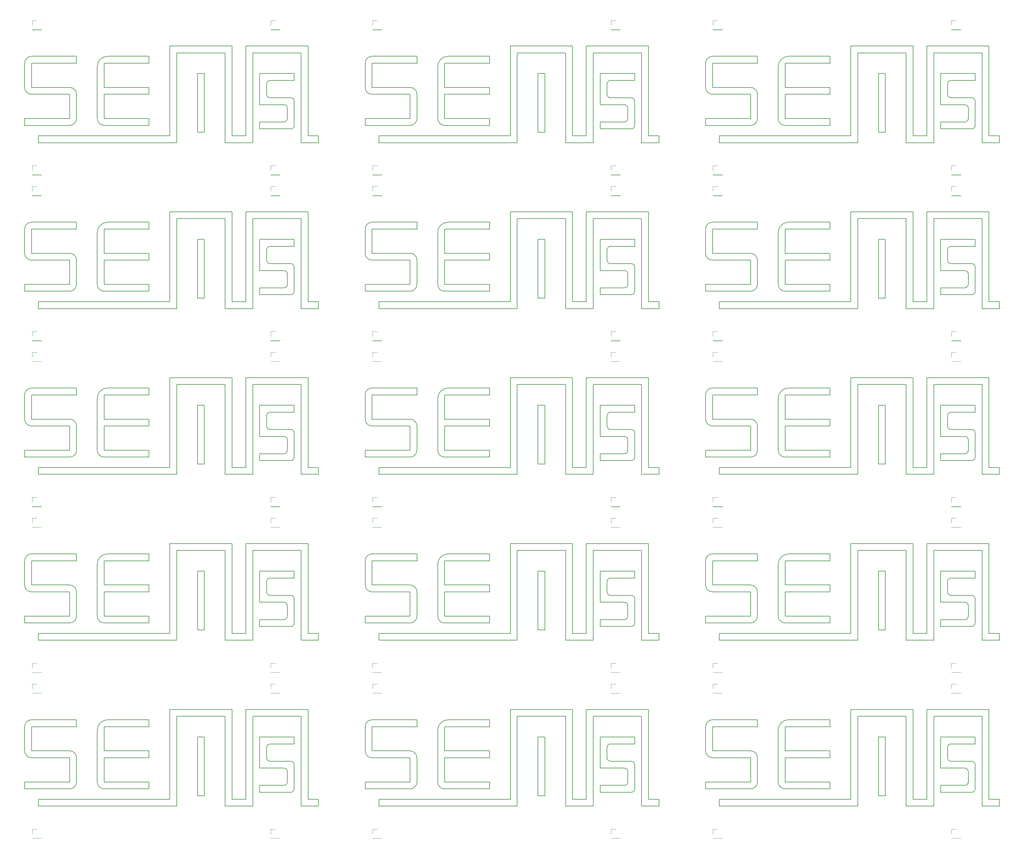
<source format=gto>
%TF.GenerationSoftware,KiCad,Pcbnew,7.0.1-3b83917a11~171~ubuntu20.04.1*%
%TF.CreationDate,2023-10-27T00:02:38+02:00*%
%TF.ProjectId,panel_top,70616e65-6c5f-4746-9f70-2e6b69636164,rev?*%
%TF.SameCoordinates,Original*%
%TF.FileFunction,Legend,Top*%
%TF.FilePolarity,Positive*%
%FSLAX46Y46*%
G04 Gerber Fmt 4.6, Leading zero omitted, Abs format (unit mm)*
G04 Created by KiCad (PCBNEW 7.0.1-3b83917a11~171~ubuntu20.04.1) date 2023-10-27 00:02:38*
%MOMM*%
%LPD*%
G01*
G04 APERTURE LIST*
%ADD10C,0.150000*%
%ADD11C,0.120000*%
%ADD12C,0.500000*%
%ADD13R,1.700000X1.700000*%
G04 APERTURE END LIST*
D10*
X11264214Y-33014214D02*
X11264214Y-40014214D01*
X109764214Y-33014214D02*
X109764214Y-40014214D01*
X208264214Y-33014214D02*
X208264214Y-40014214D01*
X11264214Y-81014214D02*
X11264214Y-88014214D01*
X109764214Y-81014214D02*
X109764214Y-88014214D01*
X208264214Y-81014214D02*
X208264214Y-88014214D01*
X11264214Y-129014214D02*
X11264214Y-136014214D01*
X109764214Y-129014214D02*
X109764214Y-136014214D01*
X208264214Y-129014214D02*
X208264214Y-136014214D01*
X11264214Y-177014214D02*
X11264214Y-184014214D01*
X109764214Y-177014214D02*
X109764214Y-184014214D01*
X208264214Y-177014214D02*
X208264214Y-184014214D01*
X11264214Y-225014214D02*
X11264214Y-232014214D01*
X109764214Y-225014214D02*
X109764214Y-232014214D01*
X208264214Y-225014214D02*
X208264214Y-232014214D01*
X47264214Y-40014214D02*
X47264214Y-42014214D01*
X145764214Y-40014214D02*
X145764214Y-42014214D01*
X244264214Y-40014214D02*
X244264214Y-42014214D01*
X47264214Y-88014214D02*
X47264214Y-90014214D01*
X145764214Y-88014214D02*
X145764214Y-90014214D01*
X244264214Y-88014214D02*
X244264214Y-90014214D01*
X47264214Y-136014214D02*
X47264214Y-138014214D01*
X145764214Y-136014214D02*
X145764214Y-138014214D01*
X244264214Y-136014214D02*
X244264214Y-138014214D01*
X47264214Y-184014214D02*
X47264214Y-186014214D01*
X145764214Y-184014214D02*
X145764214Y-186014214D01*
X244264214Y-184014214D02*
X244264214Y-186014214D01*
X47264214Y-232014214D02*
X47264214Y-234014214D01*
X145764214Y-232014214D02*
X145764214Y-234014214D01*
X244264214Y-232014214D02*
X244264214Y-234014214D01*
X77264214Y-30014214D02*
X91264214Y-30014214D01*
X175764214Y-30014214D02*
X189764214Y-30014214D01*
X274264214Y-30014214D02*
X288264214Y-30014214D01*
X77264214Y-78014214D02*
X91264214Y-78014214D01*
X175764214Y-78014214D02*
X189764214Y-78014214D01*
X274264214Y-78014214D02*
X288264214Y-78014214D01*
X77264214Y-126014214D02*
X91264214Y-126014214D01*
X175764214Y-126014214D02*
X189764214Y-126014214D01*
X274264214Y-126014214D02*
X288264214Y-126014214D01*
X77264214Y-174014214D02*
X91264214Y-174014214D01*
X175764214Y-174014214D02*
X189764214Y-174014214D01*
X274264214Y-174014214D02*
X288264214Y-174014214D01*
X77264214Y-222014214D02*
X91264214Y-222014214D01*
X175764214Y-222014214D02*
X189764214Y-222014214D01*
X274264214Y-222014214D02*
X288264214Y-222014214D01*
X32264186Y-49014214D02*
G75*
G03*
X34264214Y-51014214I2000014J14D01*
G01*
X130764186Y-49014214D02*
G75*
G03*
X132764214Y-51014214I2000014J14D01*
G01*
X229264186Y-49014214D02*
G75*
G03*
X231264214Y-51014214I2000014J14D01*
G01*
X32264186Y-97014214D02*
G75*
G03*
X34264214Y-99014214I2000014J14D01*
G01*
X130764186Y-97014214D02*
G75*
G03*
X132764214Y-99014214I2000014J14D01*
G01*
X229264186Y-97014214D02*
G75*
G03*
X231264214Y-99014214I2000014J14D01*
G01*
X32264186Y-145014214D02*
G75*
G03*
X34264214Y-147014214I2000014J14D01*
G01*
X130764186Y-145014214D02*
G75*
G03*
X132764214Y-147014214I2000014J14D01*
G01*
X229264186Y-145014214D02*
G75*
G03*
X231264214Y-147014214I2000014J14D01*
G01*
X32264186Y-193014214D02*
G75*
G03*
X34264214Y-195014214I2000014J14D01*
G01*
X130764186Y-193014214D02*
G75*
G03*
X132764214Y-195014214I2000014J14D01*
G01*
X229264186Y-193014214D02*
G75*
G03*
X231264214Y-195014214I2000014J14D01*
G01*
X32264186Y-241014214D02*
G75*
G03*
X34264214Y-243014214I2000014J14D01*
G01*
X130764186Y-241014214D02*
G75*
G03*
X132764214Y-243014214I2000014J14D01*
G01*
X229264186Y-241014214D02*
G75*
G03*
X231264214Y-243014214I2000014J14D01*
G01*
X13264214Y-40014214D02*
X24264214Y-40014214D01*
X111764214Y-40014214D02*
X122764214Y-40014214D01*
X210264214Y-40014214D02*
X221264214Y-40014214D01*
X13264214Y-88014214D02*
X24264214Y-88014214D01*
X111764214Y-88014214D02*
X122764214Y-88014214D01*
X210264214Y-88014214D02*
X221264214Y-88014214D01*
X13264214Y-136014214D02*
X24264214Y-136014214D01*
X111764214Y-136014214D02*
X122764214Y-136014214D01*
X210264214Y-136014214D02*
X221264214Y-136014214D01*
X13264214Y-184014214D02*
X24264214Y-184014214D01*
X111764214Y-184014214D02*
X122764214Y-184014214D01*
X210264214Y-184014214D02*
X221264214Y-184014214D01*
X13264214Y-232014214D02*
X24264214Y-232014214D01*
X111764214Y-232014214D02*
X122764214Y-232014214D01*
X210264214Y-232014214D02*
X221264214Y-232014214D01*
X96264214Y-54014214D02*
X93264214Y-54014214D01*
X194764214Y-54014214D02*
X191764214Y-54014214D01*
X293264214Y-54014214D02*
X290264214Y-54014214D01*
X96264214Y-102014214D02*
X93264214Y-102014214D01*
X194764214Y-102014214D02*
X191764214Y-102014214D01*
X293264214Y-102014214D02*
X290264214Y-102014214D01*
X96264214Y-150014214D02*
X93264214Y-150014214D01*
X194764214Y-150014214D02*
X191764214Y-150014214D01*
X293264214Y-150014214D02*
X290264214Y-150014214D01*
X96264214Y-198014214D02*
X93264214Y-198014214D01*
X194764214Y-198014214D02*
X191764214Y-198014214D01*
X293264214Y-198014214D02*
X290264214Y-198014214D01*
X96264214Y-246014214D02*
X93264214Y-246014214D01*
X194764214Y-246014214D02*
X191764214Y-246014214D01*
X293264214Y-246014214D02*
X290264214Y-246014214D01*
X53264214Y-28014214D02*
X53264214Y-54014214D01*
X151764214Y-28014214D02*
X151764214Y-54014214D01*
X250264214Y-28014214D02*
X250264214Y-54014214D01*
X53264214Y-76014214D02*
X53264214Y-102014214D01*
X151764214Y-76014214D02*
X151764214Y-102014214D01*
X250264214Y-76014214D02*
X250264214Y-102014214D01*
X53264214Y-124014214D02*
X53264214Y-150014214D01*
X151764214Y-124014214D02*
X151764214Y-150014214D01*
X250264214Y-124014214D02*
X250264214Y-150014214D01*
X53264214Y-172014214D02*
X53264214Y-198014214D01*
X151764214Y-172014214D02*
X151764214Y-198014214D01*
X250264214Y-172014214D02*
X250264214Y-198014214D01*
X53264214Y-220014214D02*
X53264214Y-246014214D01*
X151764214Y-220014214D02*
X151764214Y-246014214D01*
X250264214Y-220014214D02*
X250264214Y-246014214D01*
X24264214Y-49014214D02*
X11264214Y-49014214D01*
X122764214Y-49014214D02*
X109764214Y-49014214D01*
X221264214Y-49014214D02*
X208264214Y-49014214D01*
X24264214Y-97014214D02*
X11264214Y-97014214D01*
X122764214Y-97014214D02*
X109764214Y-97014214D01*
X221264214Y-97014214D02*
X208264214Y-97014214D01*
X24264214Y-145014214D02*
X11264214Y-145014214D01*
X122764214Y-145014214D02*
X109764214Y-145014214D01*
X221264214Y-145014214D02*
X208264214Y-145014214D01*
X24264214Y-193014214D02*
X11264214Y-193014214D01*
X122764214Y-193014214D02*
X109764214Y-193014214D01*
X221264214Y-193014214D02*
X208264214Y-193014214D01*
X24264214Y-241014214D02*
X11264214Y-241014214D01*
X122764214Y-241014214D02*
X109764214Y-241014214D01*
X221264214Y-241014214D02*
X208264214Y-241014214D01*
X91264214Y-30014214D02*
X91264214Y-56014214D01*
X189764214Y-30014214D02*
X189764214Y-56014214D01*
X288264214Y-30014214D02*
X288264214Y-56014214D01*
X91264214Y-78014214D02*
X91264214Y-104014214D01*
X189764214Y-78014214D02*
X189764214Y-104014214D01*
X288264214Y-78014214D02*
X288264214Y-104014214D01*
X91264214Y-126014214D02*
X91264214Y-152014214D01*
X189764214Y-126014214D02*
X189764214Y-152014214D01*
X288264214Y-126014214D02*
X288264214Y-152014214D01*
X91264214Y-174014214D02*
X91264214Y-200014214D01*
X189764214Y-174014214D02*
X189764214Y-200014214D01*
X288264214Y-174014214D02*
X288264214Y-200014214D01*
X91264214Y-222014214D02*
X91264214Y-248014214D01*
X189764214Y-222014214D02*
X189764214Y-248014214D01*
X288264214Y-222014214D02*
X288264214Y-248014214D01*
X47264214Y-40014214D02*
X34264214Y-40014214D01*
X145764214Y-40014214D02*
X132764214Y-40014214D01*
X244264214Y-40014214D02*
X231264214Y-40014214D01*
X47264214Y-88014214D02*
X34264214Y-88014214D01*
X145764214Y-88014214D02*
X132764214Y-88014214D01*
X244264214Y-88014214D02*
X231264214Y-88014214D01*
X47264214Y-136014214D02*
X34264214Y-136014214D01*
X145764214Y-136014214D02*
X132764214Y-136014214D01*
X244264214Y-136014214D02*
X231264214Y-136014214D01*
X47264214Y-184014214D02*
X34264214Y-184014214D01*
X145764214Y-184014214D02*
X132764214Y-184014214D01*
X244264214Y-184014214D02*
X231264214Y-184014214D01*
X47264214Y-232014214D02*
X34264214Y-232014214D01*
X145764214Y-232014214D02*
X132764214Y-232014214D01*
X244264214Y-232014214D02*
X231264214Y-232014214D01*
X89264214Y-44014214D02*
X89264214Y-51014214D01*
X187764214Y-44014214D02*
X187764214Y-51014214D01*
X286264214Y-44014214D02*
X286264214Y-51014214D01*
X89264214Y-92014214D02*
X89264214Y-99014214D01*
X187764214Y-92014214D02*
X187764214Y-99014214D01*
X286264214Y-92014214D02*
X286264214Y-99014214D01*
X89264214Y-140014214D02*
X89264214Y-147014214D01*
X187764214Y-140014214D02*
X187764214Y-147014214D01*
X286264214Y-140014214D02*
X286264214Y-147014214D01*
X89264214Y-188014214D02*
X89264214Y-195014214D01*
X187764214Y-188014214D02*
X187764214Y-195014214D01*
X286264214Y-188014214D02*
X286264214Y-195014214D01*
X89264214Y-236014214D02*
X89264214Y-243014214D01*
X187764214Y-236014214D02*
X187764214Y-243014214D01*
X286264214Y-236014214D02*
X286264214Y-243014214D01*
X26264186Y-42014214D02*
G75*
G03*
X24264214Y-40014214I-1999986J14D01*
G01*
X124764186Y-42014214D02*
G75*
G03*
X122764214Y-40014214I-1999986J14D01*
G01*
X223264186Y-42014214D02*
G75*
G03*
X221264214Y-40014214I-1999986J14D01*
G01*
X26264186Y-90014214D02*
G75*
G03*
X24264214Y-88014214I-1999986J14D01*
G01*
X124764186Y-90014214D02*
G75*
G03*
X122764214Y-88014214I-1999986J14D01*
G01*
X223264186Y-90014214D02*
G75*
G03*
X221264214Y-88014214I-1999986J14D01*
G01*
X26264186Y-138014214D02*
G75*
G03*
X24264214Y-136014214I-1999986J14D01*
G01*
X124764186Y-138014214D02*
G75*
G03*
X122764214Y-136014214I-1999986J14D01*
G01*
X223264186Y-138014214D02*
G75*
G03*
X221264214Y-136014214I-1999986J14D01*
G01*
X26264186Y-186014214D02*
G75*
G03*
X24264214Y-184014214I-1999986J14D01*
G01*
X124764186Y-186014214D02*
G75*
G03*
X122764214Y-184014214I-1999986J14D01*
G01*
X223264186Y-186014214D02*
G75*
G03*
X221264214Y-184014214I-1999986J14D01*
G01*
X26264186Y-234014214D02*
G75*
G03*
X24264214Y-232014214I-1999986J14D01*
G01*
X124764186Y-234014214D02*
G75*
G03*
X122764214Y-232014214I-1999986J14D01*
G01*
X223264186Y-234014214D02*
G75*
G03*
X221264214Y-232014214I-1999986J14D01*
G01*
X87264186Y-46014214D02*
G75*
G03*
X86264214Y-45014214I-999986J14D01*
G01*
X185764186Y-46014214D02*
G75*
G03*
X184764214Y-45014214I-999986J14D01*
G01*
X284264186Y-46014214D02*
G75*
G03*
X283264214Y-45014214I-999986J14D01*
G01*
X87264186Y-94014214D02*
G75*
G03*
X86264214Y-93014214I-999986J14D01*
G01*
X185764186Y-94014214D02*
G75*
G03*
X184764214Y-93014214I-999986J14D01*
G01*
X284264186Y-94014214D02*
G75*
G03*
X283264214Y-93014214I-999986J14D01*
G01*
X87264186Y-142014214D02*
G75*
G03*
X86264214Y-141014214I-999986J14D01*
G01*
X185764186Y-142014214D02*
G75*
G03*
X184764214Y-141014214I-999986J14D01*
G01*
X284264186Y-142014214D02*
G75*
G03*
X283264214Y-141014214I-999986J14D01*
G01*
X87264186Y-190014214D02*
G75*
G03*
X86264214Y-189014214I-999986J14D01*
G01*
X185764186Y-190014214D02*
G75*
G03*
X184764214Y-189014214I-999986J14D01*
G01*
X284264186Y-190014214D02*
G75*
G03*
X283264214Y-189014214I-999986J14D01*
G01*
X87264186Y-238014214D02*
G75*
G03*
X86264214Y-237014214I-999986J14D01*
G01*
X185764186Y-238014214D02*
G75*
G03*
X184764214Y-237014214I-999986J14D01*
G01*
X284264186Y-238014214D02*
G75*
G03*
X283264214Y-237014214I-999986J14D01*
G01*
X47264214Y-31014214D02*
X35264214Y-31014214D01*
X145764214Y-31014214D02*
X133764214Y-31014214D01*
X244264214Y-31014214D02*
X232264214Y-31014214D01*
X47264214Y-79014214D02*
X35264214Y-79014214D01*
X145764214Y-79014214D02*
X133764214Y-79014214D01*
X244264214Y-79014214D02*
X232264214Y-79014214D01*
X47264214Y-127014214D02*
X35264214Y-127014214D01*
X145764214Y-127014214D02*
X133764214Y-127014214D01*
X244264214Y-127014214D02*
X232264214Y-127014214D01*
X47264214Y-175014214D02*
X35264214Y-175014214D01*
X145764214Y-175014214D02*
X133764214Y-175014214D01*
X244264214Y-175014214D02*
X232264214Y-175014214D01*
X47264214Y-223014214D02*
X35264214Y-223014214D01*
X145764214Y-223014214D02*
X133764214Y-223014214D01*
X244264214Y-223014214D02*
X232264214Y-223014214D01*
X79264214Y-50014214D02*
X86264214Y-50014214D01*
X177764214Y-50014214D02*
X184764214Y-50014214D01*
X276264214Y-50014214D02*
X283264214Y-50014214D01*
X79264214Y-98014214D02*
X86264214Y-98014214D01*
X177764214Y-98014214D02*
X184764214Y-98014214D01*
X276264214Y-98014214D02*
X283264214Y-98014214D01*
X79264214Y-146014214D02*
X86264214Y-146014214D01*
X177764214Y-146014214D02*
X184764214Y-146014214D01*
X276264214Y-146014214D02*
X283264214Y-146014214D01*
X79264214Y-194014214D02*
X86264214Y-194014214D01*
X177764214Y-194014214D02*
X184764214Y-194014214D01*
X276264214Y-194014214D02*
X283264214Y-194014214D01*
X79264214Y-242014214D02*
X86264214Y-242014214D01*
X177764214Y-242014214D02*
X184764214Y-242014214D01*
X276264214Y-242014214D02*
X283264214Y-242014214D01*
X32264214Y-34014214D02*
X32264214Y-49014214D01*
X130764214Y-34014214D02*
X130764214Y-49014214D01*
X229264214Y-34014214D02*
X229264214Y-49014214D01*
X32264214Y-82014214D02*
X32264214Y-97014214D01*
X130764214Y-82014214D02*
X130764214Y-97014214D01*
X229264214Y-82014214D02*
X229264214Y-97014214D01*
X32264214Y-130014214D02*
X32264214Y-145014214D01*
X130764214Y-130014214D02*
X130764214Y-145014214D01*
X229264214Y-130014214D02*
X229264214Y-145014214D01*
X32264214Y-178014214D02*
X32264214Y-193014214D01*
X130764214Y-178014214D02*
X130764214Y-193014214D01*
X229264214Y-178014214D02*
X229264214Y-193014214D01*
X32264214Y-226014214D02*
X32264214Y-241014214D01*
X130764214Y-226014214D02*
X130764214Y-241014214D01*
X229264214Y-226014214D02*
X229264214Y-241014214D01*
X79264214Y-36014214D02*
X89264214Y-36014214D01*
X177764214Y-36014214D02*
X187764214Y-36014214D01*
X276264214Y-36014214D02*
X286264214Y-36014214D01*
X79264214Y-84014214D02*
X89264214Y-84014214D01*
X177764214Y-84014214D02*
X187764214Y-84014214D01*
X276264214Y-84014214D02*
X286264214Y-84014214D01*
X79264214Y-132014214D02*
X89264214Y-132014214D01*
X177764214Y-132014214D02*
X187764214Y-132014214D01*
X276264214Y-132014214D02*
X286264214Y-132014214D01*
X79264214Y-180014214D02*
X89264214Y-180014214D01*
X177764214Y-180014214D02*
X187764214Y-180014214D01*
X276264214Y-180014214D02*
X286264214Y-180014214D01*
X79264214Y-228014214D02*
X89264214Y-228014214D01*
X177764214Y-228014214D02*
X187764214Y-228014214D01*
X276264214Y-228014214D02*
X286264214Y-228014214D01*
X11264214Y-51014214D02*
X24264214Y-51014214D01*
X109764214Y-51014214D02*
X122764214Y-51014214D01*
X208264214Y-51014214D02*
X221264214Y-51014214D01*
X11264214Y-99014214D02*
X24264214Y-99014214D01*
X109764214Y-99014214D02*
X122764214Y-99014214D01*
X208264214Y-99014214D02*
X221264214Y-99014214D01*
X11264214Y-147014214D02*
X24264214Y-147014214D01*
X109764214Y-147014214D02*
X122764214Y-147014214D01*
X208264214Y-147014214D02*
X221264214Y-147014214D01*
X11264214Y-195014214D02*
X24264214Y-195014214D01*
X109764214Y-195014214D02*
X122764214Y-195014214D01*
X208264214Y-195014214D02*
X221264214Y-195014214D01*
X11264214Y-243014214D02*
X24264214Y-243014214D01*
X109764214Y-243014214D02*
X122764214Y-243014214D01*
X208264214Y-243014214D02*
X221264214Y-243014214D01*
X61264214Y-36014214D02*
X61264214Y-53014214D01*
X159764214Y-36014214D02*
X159764214Y-53014214D01*
X258264214Y-36014214D02*
X258264214Y-53014214D01*
X61264214Y-84014214D02*
X61264214Y-101014214D01*
X159764214Y-84014214D02*
X159764214Y-101014214D01*
X258264214Y-84014214D02*
X258264214Y-101014214D01*
X61264214Y-132014214D02*
X61264214Y-149014214D01*
X159764214Y-132014214D02*
X159764214Y-149014214D01*
X258264214Y-132014214D02*
X258264214Y-149014214D01*
X61264214Y-180014214D02*
X61264214Y-197014214D01*
X159764214Y-180014214D02*
X159764214Y-197014214D01*
X258264214Y-180014214D02*
X258264214Y-197014214D01*
X61264214Y-228014214D02*
X61264214Y-245014214D01*
X159764214Y-228014214D02*
X159764214Y-245014214D01*
X258264214Y-228014214D02*
X258264214Y-245014214D01*
X55264214Y-30014214D02*
X69264214Y-30014214D01*
X153764214Y-30014214D02*
X167764214Y-30014214D01*
X252264214Y-30014214D02*
X266264214Y-30014214D01*
X55264214Y-78014214D02*
X69264214Y-78014214D01*
X153764214Y-78014214D02*
X167764214Y-78014214D01*
X252264214Y-78014214D02*
X266264214Y-78014214D01*
X55264214Y-126014214D02*
X69264214Y-126014214D01*
X153764214Y-126014214D02*
X167764214Y-126014214D01*
X252264214Y-126014214D02*
X266264214Y-126014214D01*
X55264214Y-174014214D02*
X69264214Y-174014214D01*
X153764214Y-174014214D02*
X167764214Y-174014214D01*
X252264214Y-174014214D02*
X266264214Y-174014214D01*
X55264214Y-222014214D02*
X69264214Y-222014214D01*
X153764214Y-222014214D02*
X167764214Y-222014214D01*
X252264214Y-222014214D02*
X266264214Y-222014214D01*
X81264186Y-42014214D02*
G75*
G03*
X82264214Y-43014214I1000014J14D01*
G01*
X179764186Y-42014214D02*
G75*
G03*
X180764214Y-43014214I1000014J14D01*
G01*
X278264186Y-42014214D02*
G75*
G03*
X279264214Y-43014214I1000014J14D01*
G01*
X81264186Y-90014214D02*
G75*
G03*
X82264214Y-91014214I1000014J14D01*
G01*
X179764186Y-90014214D02*
G75*
G03*
X180764214Y-91014214I1000014J14D01*
G01*
X278264186Y-90014214D02*
G75*
G03*
X279264214Y-91014214I1000014J14D01*
G01*
X81264186Y-138014214D02*
G75*
G03*
X82264214Y-139014214I1000014J14D01*
G01*
X179764186Y-138014214D02*
G75*
G03*
X180764214Y-139014214I1000014J14D01*
G01*
X278264186Y-138014214D02*
G75*
G03*
X279264214Y-139014214I1000014J14D01*
G01*
X81264186Y-186014214D02*
G75*
G03*
X82264214Y-187014214I1000014J14D01*
G01*
X179764186Y-186014214D02*
G75*
G03*
X180764214Y-187014214I1000014J14D01*
G01*
X278264186Y-186014214D02*
G75*
G03*
X279264214Y-187014214I1000014J14D01*
G01*
X81264186Y-234014214D02*
G75*
G03*
X82264214Y-235014214I1000014J14D01*
G01*
X179764186Y-234014214D02*
G75*
G03*
X180764214Y-235014214I1000014J14D01*
G01*
X278264186Y-234014214D02*
G75*
G03*
X279264214Y-235014214I1000014J14D01*
G01*
X93264214Y-28014214D02*
X75264214Y-28014214D01*
X191764214Y-28014214D02*
X173764214Y-28014214D01*
X290264214Y-28014214D02*
X272264214Y-28014214D01*
X93264214Y-76014214D02*
X75264214Y-76014214D01*
X191764214Y-76014214D02*
X173764214Y-76014214D01*
X290264214Y-76014214D02*
X272264214Y-76014214D01*
X93264214Y-124014214D02*
X75264214Y-124014214D01*
X191764214Y-124014214D02*
X173764214Y-124014214D01*
X290264214Y-124014214D02*
X272264214Y-124014214D01*
X93264214Y-172014214D02*
X75264214Y-172014214D01*
X191764214Y-172014214D02*
X173764214Y-172014214D01*
X290264214Y-172014214D02*
X272264214Y-172014214D01*
X93264214Y-220014214D02*
X75264214Y-220014214D01*
X191764214Y-220014214D02*
X173764214Y-220014214D01*
X290264214Y-220014214D02*
X272264214Y-220014214D01*
X24264214Y-42014214D02*
X13264214Y-42014214D01*
X122764214Y-42014214D02*
X111764214Y-42014214D01*
X221264214Y-42014214D02*
X210264214Y-42014214D01*
X24264214Y-90014214D02*
X13264214Y-90014214D01*
X122764214Y-90014214D02*
X111764214Y-90014214D01*
X221264214Y-90014214D02*
X210264214Y-90014214D01*
X24264214Y-138014214D02*
X13264214Y-138014214D01*
X122764214Y-138014214D02*
X111764214Y-138014214D01*
X221264214Y-138014214D02*
X210264214Y-138014214D01*
X24264214Y-186014214D02*
X13264214Y-186014214D01*
X122764214Y-186014214D02*
X111764214Y-186014214D01*
X221264214Y-186014214D02*
X210264214Y-186014214D01*
X24264214Y-234014214D02*
X13264214Y-234014214D01*
X122764214Y-234014214D02*
X111764214Y-234014214D01*
X221264214Y-234014214D02*
X210264214Y-234014214D01*
X26264214Y-33014214D02*
X13264214Y-33014214D01*
X124764214Y-33014214D02*
X111764214Y-33014214D01*
X223264214Y-33014214D02*
X210264214Y-33014214D01*
X26264214Y-81014214D02*
X13264214Y-81014214D01*
X124764214Y-81014214D02*
X111764214Y-81014214D01*
X223264214Y-81014214D02*
X210264214Y-81014214D01*
X26264214Y-129014214D02*
X13264214Y-129014214D01*
X124764214Y-129014214D02*
X111764214Y-129014214D01*
X223264214Y-129014214D02*
X210264214Y-129014214D01*
X26264214Y-177014214D02*
X13264214Y-177014214D01*
X124764214Y-177014214D02*
X111764214Y-177014214D01*
X223264214Y-177014214D02*
X210264214Y-177014214D01*
X26264214Y-225014214D02*
X13264214Y-225014214D01*
X124764214Y-225014214D02*
X111764214Y-225014214D01*
X223264214Y-225014214D02*
X210264214Y-225014214D01*
X35264214Y-31014214D02*
G75*
G03*
X32264214Y-34014214I-14J-2999986D01*
G01*
X133764214Y-31014214D02*
G75*
G03*
X130764214Y-34014214I-14J-2999986D01*
G01*
X232264214Y-31014214D02*
G75*
G03*
X229264214Y-34014214I-14J-2999986D01*
G01*
X35264214Y-79014214D02*
G75*
G03*
X32264214Y-82014214I-14J-2999986D01*
G01*
X133764214Y-79014214D02*
G75*
G03*
X130764214Y-82014214I-14J-2999986D01*
G01*
X232264214Y-79014214D02*
G75*
G03*
X229264214Y-82014214I-14J-2999986D01*
G01*
X35264214Y-127014214D02*
G75*
G03*
X32264214Y-130014214I-14J-2999986D01*
G01*
X133764214Y-127014214D02*
G75*
G03*
X130764214Y-130014214I-14J-2999986D01*
G01*
X232264214Y-127014214D02*
G75*
G03*
X229264214Y-130014214I-14J-2999986D01*
G01*
X35264214Y-175014214D02*
G75*
G03*
X32264214Y-178014214I-14J-2999986D01*
G01*
X133764214Y-175014214D02*
G75*
G03*
X130764214Y-178014214I-14J-2999986D01*
G01*
X232264214Y-175014214D02*
G75*
G03*
X229264214Y-178014214I-14J-2999986D01*
G01*
X35264214Y-223014214D02*
G75*
G03*
X32264214Y-226014214I-14J-2999986D01*
G01*
X133764214Y-223014214D02*
G75*
G03*
X130764214Y-226014214I-14J-2999986D01*
G01*
X232264214Y-223014214D02*
G75*
G03*
X229264214Y-226014214I-14J-2999986D01*
G01*
X77264214Y-56014214D02*
X77264214Y-30014214D01*
X175764214Y-56014214D02*
X175764214Y-30014214D01*
X274264214Y-56014214D02*
X274264214Y-30014214D01*
X77264214Y-104014214D02*
X77264214Y-78014214D01*
X175764214Y-104014214D02*
X175764214Y-78014214D01*
X274264214Y-104014214D02*
X274264214Y-78014214D01*
X77264214Y-152014214D02*
X77264214Y-126014214D01*
X175764214Y-152014214D02*
X175764214Y-126014214D01*
X274264214Y-152014214D02*
X274264214Y-126014214D01*
X77264214Y-200014214D02*
X77264214Y-174014214D01*
X175764214Y-200014214D02*
X175764214Y-174014214D01*
X274264214Y-200014214D02*
X274264214Y-174014214D01*
X77264214Y-248014214D02*
X77264214Y-222014214D01*
X175764214Y-248014214D02*
X175764214Y-222014214D01*
X274264214Y-248014214D02*
X274264214Y-222014214D01*
X11264186Y-40014214D02*
G75*
G03*
X13264214Y-42014214I2000014J14D01*
G01*
X109764186Y-40014214D02*
G75*
G03*
X111764214Y-42014214I2000014J14D01*
G01*
X208264186Y-40014214D02*
G75*
G03*
X210264214Y-42014214I2000014J14D01*
G01*
X11264186Y-88014214D02*
G75*
G03*
X13264214Y-90014214I2000014J14D01*
G01*
X109764186Y-88014214D02*
G75*
G03*
X111764214Y-90014214I2000014J14D01*
G01*
X208264186Y-88014214D02*
G75*
G03*
X210264214Y-90014214I2000014J14D01*
G01*
X11264186Y-136014214D02*
G75*
G03*
X13264214Y-138014214I2000014J14D01*
G01*
X109764186Y-136014214D02*
G75*
G03*
X111764214Y-138014214I2000014J14D01*
G01*
X208264186Y-136014214D02*
G75*
G03*
X210264214Y-138014214I2000014J14D01*
G01*
X11264186Y-184014214D02*
G75*
G03*
X13264214Y-186014214I2000014J14D01*
G01*
X109764186Y-184014214D02*
G75*
G03*
X111764214Y-186014214I2000014J14D01*
G01*
X208264186Y-184014214D02*
G75*
G03*
X210264214Y-186014214I2000014J14D01*
G01*
X11264186Y-232014214D02*
G75*
G03*
X13264214Y-234014214I2000014J14D01*
G01*
X109764186Y-232014214D02*
G75*
G03*
X111764214Y-234014214I2000014J14D01*
G01*
X208264186Y-232014214D02*
G75*
G03*
X210264214Y-234014214I2000014J14D01*
G01*
X96264214Y-56014214D02*
X96264214Y-54014214D01*
X194764214Y-56014214D02*
X194764214Y-54014214D01*
X293264214Y-56014214D02*
X293264214Y-54014214D01*
X96264214Y-104014214D02*
X96264214Y-102014214D01*
X194764214Y-104014214D02*
X194764214Y-102014214D01*
X293264214Y-104014214D02*
X293264214Y-102014214D01*
X96264214Y-152014214D02*
X96264214Y-150014214D01*
X194764214Y-152014214D02*
X194764214Y-150014214D01*
X293264214Y-152014214D02*
X293264214Y-150014214D01*
X96264214Y-200014214D02*
X96264214Y-198014214D01*
X194764214Y-200014214D02*
X194764214Y-198014214D01*
X293264214Y-200014214D02*
X293264214Y-198014214D01*
X96264214Y-248014214D02*
X96264214Y-246014214D01*
X194764214Y-248014214D02*
X194764214Y-246014214D01*
X293264214Y-248014214D02*
X293264214Y-246014214D01*
X54264214Y-28014214D02*
X53264214Y-28014214D01*
X152764214Y-28014214D02*
X151764214Y-28014214D01*
X251264214Y-28014214D02*
X250264214Y-28014214D01*
X54264214Y-76014214D02*
X53264214Y-76014214D01*
X152764214Y-76014214D02*
X151764214Y-76014214D01*
X251264214Y-76014214D02*
X250264214Y-76014214D01*
X54264214Y-124014214D02*
X53264214Y-124014214D01*
X152764214Y-124014214D02*
X151764214Y-124014214D01*
X251264214Y-124014214D02*
X250264214Y-124014214D01*
X54264214Y-172014214D02*
X53264214Y-172014214D01*
X152764214Y-172014214D02*
X151764214Y-172014214D01*
X251264214Y-172014214D02*
X250264214Y-172014214D01*
X54264214Y-220014214D02*
X53264214Y-220014214D01*
X152764214Y-220014214D02*
X151764214Y-220014214D01*
X251264214Y-220014214D02*
X250264214Y-220014214D01*
X86264214Y-45014214D02*
X79264214Y-45014214D01*
X184764214Y-45014214D02*
X177764214Y-45014214D01*
X283264214Y-45014214D02*
X276264214Y-45014214D01*
X86264214Y-93014214D02*
X79264214Y-93014214D01*
X184764214Y-93014214D02*
X177764214Y-93014214D01*
X283264214Y-93014214D02*
X276264214Y-93014214D01*
X86264214Y-141014214D02*
X79264214Y-141014214D01*
X184764214Y-141014214D02*
X177764214Y-141014214D01*
X283264214Y-141014214D02*
X276264214Y-141014214D01*
X86264214Y-189014214D02*
X79264214Y-189014214D01*
X184764214Y-189014214D02*
X177764214Y-189014214D01*
X283264214Y-189014214D02*
X276264214Y-189014214D01*
X86264214Y-237014214D02*
X79264214Y-237014214D01*
X184764214Y-237014214D02*
X177764214Y-237014214D01*
X283264214Y-237014214D02*
X276264214Y-237014214D01*
X71264214Y-28014214D02*
X54264214Y-28014214D01*
X169764214Y-28014214D02*
X152764214Y-28014214D01*
X268264214Y-28014214D02*
X251264214Y-28014214D01*
X71264214Y-76014214D02*
X54264214Y-76014214D01*
X169764214Y-76014214D02*
X152764214Y-76014214D01*
X268264214Y-76014214D02*
X251264214Y-76014214D01*
X71264214Y-124014214D02*
X54264214Y-124014214D01*
X169764214Y-124014214D02*
X152764214Y-124014214D01*
X268264214Y-124014214D02*
X251264214Y-124014214D01*
X71264214Y-172014214D02*
X54264214Y-172014214D01*
X169764214Y-172014214D02*
X152764214Y-172014214D01*
X268264214Y-172014214D02*
X251264214Y-172014214D01*
X71264214Y-220014214D02*
X54264214Y-220014214D01*
X169764214Y-220014214D02*
X152764214Y-220014214D01*
X268264214Y-220014214D02*
X251264214Y-220014214D01*
X13264214Y-33014214D02*
X13264214Y-40014214D01*
X111764214Y-33014214D02*
X111764214Y-40014214D01*
X210264214Y-33014214D02*
X210264214Y-40014214D01*
X13264214Y-81014214D02*
X13264214Y-88014214D01*
X111764214Y-81014214D02*
X111764214Y-88014214D01*
X210264214Y-81014214D02*
X210264214Y-88014214D01*
X13264214Y-129014214D02*
X13264214Y-136014214D01*
X111764214Y-129014214D02*
X111764214Y-136014214D01*
X210264214Y-129014214D02*
X210264214Y-136014214D01*
X13264214Y-177014214D02*
X13264214Y-184014214D01*
X111764214Y-177014214D02*
X111764214Y-184014214D01*
X210264214Y-177014214D02*
X210264214Y-184014214D01*
X13264214Y-225014214D02*
X13264214Y-232014214D01*
X111764214Y-225014214D02*
X111764214Y-232014214D01*
X210264214Y-225014214D02*
X210264214Y-232014214D01*
X89264186Y-44014214D02*
G75*
G03*
X88264214Y-43014214I-999986J14D01*
G01*
X187764186Y-44014214D02*
G75*
G03*
X186764214Y-43014214I-999986J14D01*
G01*
X286264186Y-44014214D02*
G75*
G03*
X285264214Y-43014214I-999986J14D01*
G01*
X89264186Y-92014214D02*
G75*
G03*
X88264214Y-91014214I-999986J14D01*
G01*
X187764186Y-92014214D02*
G75*
G03*
X186764214Y-91014214I-999986J14D01*
G01*
X286264186Y-92014214D02*
G75*
G03*
X285264214Y-91014214I-999986J14D01*
G01*
X89264186Y-140014214D02*
G75*
G03*
X88264214Y-139014214I-999986J14D01*
G01*
X187764186Y-140014214D02*
G75*
G03*
X186764214Y-139014214I-999986J14D01*
G01*
X286264186Y-140014214D02*
G75*
G03*
X285264214Y-139014214I-999986J14D01*
G01*
X89264186Y-188014214D02*
G75*
G03*
X88264214Y-187014214I-999986J14D01*
G01*
X187764186Y-188014214D02*
G75*
G03*
X186764214Y-187014214I-999986J14D01*
G01*
X286264186Y-188014214D02*
G75*
G03*
X285264214Y-187014214I-999986J14D01*
G01*
X89264186Y-236014214D02*
G75*
G03*
X88264214Y-235014214I-999986J14D01*
G01*
X187764186Y-236014214D02*
G75*
G03*
X186764214Y-235014214I-999986J14D01*
G01*
X286264186Y-236014214D02*
G75*
G03*
X285264214Y-235014214I-999986J14D01*
G01*
X47264214Y-49014214D02*
X47264214Y-51014214D01*
X145764214Y-49014214D02*
X145764214Y-51014214D01*
X244264214Y-49014214D02*
X244264214Y-51014214D01*
X47264214Y-97014214D02*
X47264214Y-99014214D01*
X145764214Y-97014214D02*
X145764214Y-99014214D01*
X244264214Y-97014214D02*
X244264214Y-99014214D01*
X47264214Y-145014214D02*
X47264214Y-147014214D01*
X145764214Y-145014214D02*
X145764214Y-147014214D01*
X244264214Y-145014214D02*
X244264214Y-147014214D01*
X47264214Y-193014214D02*
X47264214Y-195014214D01*
X145764214Y-193014214D02*
X145764214Y-195014214D01*
X244264214Y-193014214D02*
X244264214Y-195014214D01*
X47264214Y-241014214D02*
X47264214Y-243014214D01*
X145764214Y-241014214D02*
X145764214Y-243014214D01*
X244264214Y-241014214D02*
X244264214Y-243014214D01*
X34264214Y-40014214D02*
X34264214Y-33014214D01*
X132764214Y-40014214D02*
X132764214Y-33014214D01*
X231264214Y-40014214D02*
X231264214Y-33014214D01*
X34264214Y-88014214D02*
X34264214Y-81014214D01*
X132764214Y-88014214D02*
X132764214Y-81014214D01*
X231264214Y-88014214D02*
X231264214Y-81014214D01*
X34264214Y-136014214D02*
X34264214Y-129014214D01*
X132764214Y-136014214D02*
X132764214Y-129014214D01*
X231264214Y-136014214D02*
X231264214Y-129014214D01*
X34264214Y-184014214D02*
X34264214Y-177014214D01*
X132764214Y-184014214D02*
X132764214Y-177014214D01*
X231264214Y-184014214D02*
X231264214Y-177014214D01*
X34264214Y-232014214D02*
X34264214Y-225014214D01*
X132764214Y-232014214D02*
X132764214Y-225014214D01*
X231264214Y-232014214D02*
X231264214Y-225014214D01*
X81264214Y-39014214D02*
X81264214Y-42014214D01*
X179764214Y-39014214D02*
X179764214Y-42014214D01*
X278264214Y-39014214D02*
X278264214Y-42014214D01*
X81264214Y-87014214D02*
X81264214Y-90014214D01*
X179764214Y-87014214D02*
X179764214Y-90014214D01*
X278264214Y-87014214D02*
X278264214Y-90014214D01*
X81264214Y-135014214D02*
X81264214Y-138014214D01*
X179764214Y-135014214D02*
X179764214Y-138014214D01*
X278264214Y-135014214D02*
X278264214Y-138014214D01*
X81264214Y-183014214D02*
X81264214Y-186014214D01*
X179764214Y-183014214D02*
X179764214Y-186014214D01*
X278264214Y-183014214D02*
X278264214Y-186014214D01*
X81264214Y-231014214D02*
X81264214Y-234014214D01*
X179764214Y-231014214D02*
X179764214Y-234014214D01*
X278264214Y-231014214D02*
X278264214Y-234014214D01*
X61264214Y-53014214D02*
X63264214Y-53014214D01*
X159764214Y-53014214D02*
X161764214Y-53014214D01*
X258264214Y-53014214D02*
X260264214Y-53014214D01*
X61264214Y-101014214D02*
X63264214Y-101014214D01*
X159764214Y-101014214D02*
X161764214Y-101014214D01*
X258264214Y-101014214D02*
X260264214Y-101014214D01*
X61264214Y-149014214D02*
X63264214Y-149014214D01*
X159764214Y-149014214D02*
X161764214Y-149014214D01*
X258264214Y-149014214D02*
X260264214Y-149014214D01*
X61264214Y-197014214D02*
X63264214Y-197014214D01*
X159764214Y-197014214D02*
X161764214Y-197014214D01*
X258264214Y-197014214D02*
X260264214Y-197014214D01*
X61264214Y-245014214D02*
X63264214Y-245014214D01*
X159764214Y-245014214D02*
X161764214Y-245014214D01*
X258264214Y-245014214D02*
X260264214Y-245014214D01*
X71264214Y-54014214D02*
X75264214Y-54014214D01*
X169764214Y-54014214D02*
X173764214Y-54014214D01*
X268264214Y-54014214D02*
X272264214Y-54014214D01*
X71264214Y-102014214D02*
X75264214Y-102014214D01*
X169764214Y-102014214D02*
X173764214Y-102014214D01*
X268264214Y-102014214D02*
X272264214Y-102014214D01*
X71264214Y-150014214D02*
X75264214Y-150014214D01*
X169764214Y-150014214D02*
X173764214Y-150014214D01*
X268264214Y-150014214D02*
X272264214Y-150014214D01*
X71264214Y-198014214D02*
X75264214Y-198014214D01*
X169764214Y-198014214D02*
X173764214Y-198014214D01*
X268264214Y-198014214D02*
X272264214Y-198014214D01*
X71264214Y-246014214D02*
X75264214Y-246014214D01*
X169764214Y-246014214D02*
X173764214Y-246014214D01*
X268264214Y-246014214D02*
X272264214Y-246014214D01*
X26264214Y-42014214D02*
X26264214Y-49014214D01*
X124764214Y-42014214D02*
X124764214Y-49014214D01*
X223264214Y-42014214D02*
X223264214Y-49014214D01*
X26264214Y-90014214D02*
X26264214Y-97014214D01*
X124764214Y-90014214D02*
X124764214Y-97014214D01*
X223264214Y-90014214D02*
X223264214Y-97014214D01*
X26264214Y-138014214D02*
X26264214Y-145014214D01*
X124764214Y-138014214D02*
X124764214Y-145014214D01*
X223264214Y-138014214D02*
X223264214Y-145014214D01*
X26264214Y-186014214D02*
X26264214Y-193014214D01*
X124764214Y-186014214D02*
X124764214Y-193014214D01*
X223264214Y-186014214D02*
X223264214Y-193014214D01*
X26264214Y-234014214D02*
X26264214Y-241014214D01*
X124764214Y-234014214D02*
X124764214Y-241014214D01*
X223264214Y-234014214D02*
X223264214Y-241014214D01*
X87264214Y-49014214D02*
X87264214Y-46014214D01*
X185764214Y-49014214D02*
X185764214Y-46014214D01*
X284264214Y-49014214D02*
X284264214Y-46014214D01*
X87264214Y-97014214D02*
X87264214Y-94014214D01*
X185764214Y-97014214D02*
X185764214Y-94014214D01*
X284264214Y-97014214D02*
X284264214Y-94014214D01*
X87264214Y-145014214D02*
X87264214Y-142014214D01*
X185764214Y-145014214D02*
X185764214Y-142014214D01*
X284264214Y-145014214D02*
X284264214Y-142014214D01*
X87264214Y-193014214D02*
X87264214Y-190014214D01*
X185764214Y-193014214D02*
X185764214Y-190014214D01*
X284264214Y-193014214D02*
X284264214Y-190014214D01*
X87264214Y-241014214D02*
X87264214Y-238014214D01*
X185764214Y-241014214D02*
X185764214Y-238014214D01*
X284264214Y-241014214D02*
X284264214Y-238014214D01*
X24264214Y-42014214D02*
X24264214Y-49014214D01*
X122764214Y-42014214D02*
X122764214Y-49014214D01*
X221264214Y-42014214D02*
X221264214Y-49014214D01*
X24264214Y-90014214D02*
X24264214Y-97014214D01*
X122764214Y-90014214D02*
X122764214Y-97014214D01*
X221264214Y-90014214D02*
X221264214Y-97014214D01*
X24264214Y-138014214D02*
X24264214Y-145014214D01*
X122764214Y-138014214D02*
X122764214Y-145014214D01*
X221264214Y-138014214D02*
X221264214Y-145014214D01*
X24264214Y-186014214D02*
X24264214Y-193014214D01*
X122764214Y-186014214D02*
X122764214Y-193014214D01*
X221264214Y-186014214D02*
X221264214Y-193014214D01*
X24264214Y-234014214D02*
X24264214Y-241014214D01*
X122764214Y-234014214D02*
X122764214Y-241014214D01*
X221264214Y-234014214D02*
X221264214Y-241014214D01*
X47264214Y-31014214D02*
X47264214Y-33014214D01*
X145764214Y-31014214D02*
X145764214Y-33014214D01*
X244264214Y-31014214D02*
X244264214Y-33014214D01*
X47264214Y-79014214D02*
X47264214Y-81014214D01*
X145764214Y-79014214D02*
X145764214Y-81014214D01*
X244264214Y-79014214D02*
X244264214Y-81014214D01*
X47264214Y-127014214D02*
X47264214Y-129014214D01*
X145764214Y-127014214D02*
X145764214Y-129014214D01*
X244264214Y-127014214D02*
X244264214Y-129014214D01*
X47264214Y-175014214D02*
X47264214Y-177014214D01*
X145764214Y-175014214D02*
X145764214Y-177014214D01*
X244264214Y-175014214D02*
X244264214Y-177014214D01*
X47264214Y-223014214D02*
X47264214Y-225014214D01*
X145764214Y-223014214D02*
X145764214Y-225014214D01*
X244264214Y-223014214D02*
X244264214Y-225014214D01*
X63264214Y-36014214D02*
X61264214Y-36014214D01*
X161764214Y-36014214D02*
X159764214Y-36014214D01*
X260264214Y-36014214D02*
X258264214Y-36014214D01*
X63264214Y-84014214D02*
X61264214Y-84014214D01*
X161764214Y-84014214D02*
X159764214Y-84014214D01*
X260264214Y-84014214D02*
X258264214Y-84014214D01*
X63264214Y-132014214D02*
X61264214Y-132014214D01*
X161764214Y-132014214D02*
X159764214Y-132014214D01*
X260264214Y-132014214D02*
X258264214Y-132014214D01*
X63264214Y-180014214D02*
X61264214Y-180014214D01*
X161764214Y-180014214D02*
X159764214Y-180014214D01*
X260264214Y-180014214D02*
X258264214Y-180014214D01*
X63264214Y-228014214D02*
X61264214Y-228014214D01*
X161764214Y-228014214D02*
X159764214Y-228014214D01*
X260264214Y-228014214D02*
X258264214Y-228014214D01*
X69264214Y-30014214D02*
X69264214Y-56014214D01*
X167764214Y-30014214D02*
X167764214Y-56014214D01*
X266264214Y-30014214D02*
X266264214Y-56014214D01*
X69264214Y-78014214D02*
X69264214Y-104014214D01*
X167764214Y-78014214D02*
X167764214Y-104014214D01*
X266264214Y-78014214D02*
X266264214Y-104014214D01*
X69264214Y-126014214D02*
X69264214Y-152014214D01*
X167764214Y-126014214D02*
X167764214Y-152014214D01*
X266264214Y-126014214D02*
X266264214Y-152014214D01*
X69264214Y-174014214D02*
X69264214Y-200014214D01*
X167764214Y-174014214D02*
X167764214Y-200014214D01*
X266264214Y-174014214D02*
X266264214Y-200014214D01*
X69264214Y-222014214D02*
X69264214Y-248014214D01*
X167764214Y-222014214D02*
X167764214Y-248014214D01*
X266264214Y-222014214D02*
X266264214Y-248014214D01*
X34264214Y-49014214D02*
X47264214Y-49014214D01*
X132764214Y-49014214D02*
X145764214Y-49014214D01*
X231264214Y-49014214D02*
X244264214Y-49014214D01*
X34264214Y-97014214D02*
X47264214Y-97014214D01*
X132764214Y-97014214D02*
X145764214Y-97014214D01*
X231264214Y-97014214D02*
X244264214Y-97014214D01*
X34264214Y-145014214D02*
X47264214Y-145014214D01*
X132764214Y-145014214D02*
X145764214Y-145014214D01*
X231264214Y-145014214D02*
X244264214Y-145014214D01*
X34264214Y-193014214D02*
X47264214Y-193014214D01*
X132764214Y-193014214D02*
X145764214Y-193014214D01*
X231264214Y-193014214D02*
X244264214Y-193014214D01*
X34264214Y-241014214D02*
X47264214Y-241014214D01*
X132764214Y-241014214D02*
X145764214Y-241014214D01*
X231264214Y-241014214D02*
X244264214Y-241014214D01*
X82264214Y-43014214D02*
X88264214Y-43014214D01*
X180764214Y-43014214D02*
X186764214Y-43014214D01*
X279264214Y-43014214D02*
X285264214Y-43014214D01*
X82264214Y-91014214D02*
X88264214Y-91014214D01*
X180764214Y-91014214D02*
X186764214Y-91014214D01*
X279264214Y-91014214D02*
X285264214Y-91014214D01*
X82264214Y-139014214D02*
X88264214Y-139014214D01*
X180764214Y-139014214D02*
X186764214Y-139014214D01*
X279264214Y-139014214D02*
X285264214Y-139014214D01*
X82264214Y-187014214D02*
X88264214Y-187014214D01*
X180764214Y-187014214D02*
X186764214Y-187014214D01*
X279264214Y-187014214D02*
X285264214Y-187014214D01*
X82264214Y-235014214D02*
X88264214Y-235014214D01*
X180764214Y-235014214D02*
X186764214Y-235014214D01*
X279264214Y-235014214D02*
X285264214Y-235014214D01*
X13264214Y-31014214D02*
G75*
G03*
X11264214Y-33014214I-14J-1999986D01*
G01*
X111764214Y-31014214D02*
G75*
G03*
X109764214Y-33014214I-14J-1999986D01*
G01*
X210264214Y-31014214D02*
G75*
G03*
X208264214Y-33014214I-14J-1999986D01*
G01*
X13264214Y-79014214D02*
G75*
G03*
X11264214Y-81014214I-14J-1999986D01*
G01*
X111764214Y-79014214D02*
G75*
G03*
X109764214Y-81014214I-14J-1999986D01*
G01*
X210264214Y-79014214D02*
G75*
G03*
X208264214Y-81014214I-14J-1999986D01*
G01*
X13264214Y-127014214D02*
G75*
G03*
X11264214Y-129014214I-14J-1999986D01*
G01*
X111764214Y-127014214D02*
G75*
G03*
X109764214Y-129014214I-14J-1999986D01*
G01*
X210264214Y-127014214D02*
G75*
G03*
X208264214Y-129014214I-14J-1999986D01*
G01*
X13264214Y-175014214D02*
G75*
G03*
X11264214Y-177014214I-14J-1999986D01*
G01*
X111764214Y-175014214D02*
G75*
G03*
X109764214Y-177014214I-14J-1999986D01*
G01*
X210264214Y-175014214D02*
G75*
G03*
X208264214Y-177014214I-14J-1999986D01*
G01*
X13264214Y-223014214D02*
G75*
G03*
X11264214Y-225014214I-14J-1999986D01*
G01*
X111764214Y-223014214D02*
G75*
G03*
X109764214Y-225014214I-14J-1999986D01*
G01*
X210264214Y-223014214D02*
G75*
G03*
X208264214Y-225014214I-14J-1999986D01*
G01*
X34264214Y-42014214D02*
X47264214Y-42014214D01*
X132764214Y-42014214D02*
X145764214Y-42014214D01*
X231264214Y-42014214D02*
X244264214Y-42014214D01*
X34264214Y-90014214D02*
X47264214Y-90014214D01*
X132764214Y-90014214D02*
X145764214Y-90014214D01*
X231264214Y-90014214D02*
X244264214Y-90014214D01*
X34264214Y-138014214D02*
X47264214Y-138014214D01*
X132764214Y-138014214D02*
X145764214Y-138014214D01*
X231264214Y-138014214D02*
X244264214Y-138014214D01*
X34264214Y-186014214D02*
X47264214Y-186014214D01*
X132764214Y-186014214D02*
X145764214Y-186014214D01*
X231264214Y-186014214D02*
X244264214Y-186014214D01*
X34264214Y-234014214D02*
X47264214Y-234014214D01*
X132764214Y-234014214D02*
X145764214Y-234014214D01*
X231264214Y-234014214D02*
X244264214Y-234014214D01*
X11264214Y-40014214D02*
X11264214Y-38014214D01*
X109764214Y-40014214D02*
X109764214Y-38014214D01*
X208264214Y-40014214D02*
X208264214Y-38014214D01*
X11264214Y-88014214D02*
X11264214Y-86014214D01*
X109764214Y-88014214D02*
X109764214Y-86014214D01*
X208264214Y-88014214D02*
X208264214Y-86014214D01*
X11264214Y-136014214D02*
X11264214Y-134014214D01*
X109764214Y-136014214D02*
X109764214Y-134014214D01*
X208264214Y-136014214D02*
X208264214Y-134014214D01*
X11264214Y-184014214D02*
X11264214Y-182014214D01*
X109764214Y-184014214D02*
X109764214Y-182014214D01*
X208264214Y-184014214D02*
X208264214Y-182014214D01*
X11264214Y-232014214D02*
X11264214Y-230014214D01*
X109764214Y-232014214D02*
X109764214Y-230014214D01*
X208264214Y-232014214D02*
X208264214Y-230014214D01*
X53264214Y-54014214D02*
X15264214Y-54014214D01*
X151764214Y-54014214D02*
X113764214Y-54014214D01*
X250264214Y-54014214D02*
X212264214Y-54014214D01*
X53264214Y-102014214D02*
X15264214Y-102014214D01*
X151764214Y-102014214D02*
X113764214Y-102014214D01*
X250264214Y-102014214D02*
X212264214Y-102014214D01*
X53264214Y-150014214D02*
X15264214Y-150014214D01*
X151764214Y-150014214D02*
X113764214Y-150014214D01*
X250264214Y-150014214D02*
X212264214Y-150014214D01*
X53264214Y-198014214D02*
X15264214Y-198014214D01*
X151764214Y-198014214D02*
X113764214Y-198014214D01*
X250264214Y-198014214D02*
X212264214Y-198014214D01*
X53264214Y-246014214D02*
X15264214Y-246014214D01*
X151764214Y-246014214D02*
X113764214Y-246014214D01*
X250264214Y-246014214D02*
X212264214Y-246014214D01*
X55264214Y-56014214D02*
X55264214Y-30014214D01*
X153764214Y-56014214D02*
X153764214Y-30014214D01*
X252264214Y-56014214D02*
X252264214Y-30014214D01*
X55264214Y-104014214D02*
X55264214Y-78014214D01*
X153764214Y-104014214D02*
X153764214Y-78014214D01*
X252264214Y-104014214D02*
X252264214Y-78014214D01*
X55264214Y-152014214D02*
X55264214Y-126014214D01*
X153764214Y-152014214D02*
X153764214Y-126014214D01*
X252264214Y-152014214D02*
X252264214Y-126014214D01*
X55264214Y-200014214D02*
X55264214Y-174014214D01*
X153764214Y-200014214D02*
X153764214Y-174014214D01*
X252264214Y-200014214D02*
X252264214Y-174014214D01*
X55264214Y-248014214D02*
X55264214Y-222014214D01*
X153764214Y-248014214D02*
X153764214Y-222014214D01*
X252264214Y-248014214D02*
X252264214Y-222014214D01*
X34264214Y-51014214D02*
X47264214Y-51014214D01*
X132764214Y-51014214D02*
X145764214Y-51014214D01*
X231264214Y-51014214D02*
X244264214Y-51014214D01*
X34264214Y-99014214D02*
X47264214Y-99014214D01*
X132764214Y-99014214D02*
X145764214Y-99014214D01*
X231264214Y-99014214D02*
X244264214Y-99014214D01*
X34264214Y-147014214D02*
X47264214Y-147014214D01*
X132764214Y-147014214D02*
X145764214Y-147014214D01*
X231264214Y-147014214D02*
X244264214Y-147014214D01*
X34264214Y-195014214D02*
X47264214Y-195014214D01*
X132764214Y-195014214D02*
X145764214Y-195014214D01*
X231264214Y-195014214D02*
X244264214Y-195014214D01*
X34264214Y-243014214D02*
X47264214Y-243014214D01*
X132764214Y-243014214D02*
X145764214Y-243014214D01*
X231264214Y-243014214D02*
X244264214Y-243014214D01*
X93264214Y-54014214D02*
X93264214Y-28014214D01*
X191764214Y-54014214D02*
X191764214Y-28014214D01*
X290264214Y-54014214D02*
X290264214Y-28014214D01*
X93264214Y-102014214D02*
X93264214Y-76014214D01*
X191764214Y-102014214D02*
X191764214Y-76014214D01*
X290264214Y-102014214D02*
X290264214Y-76014214D01*
X93264214Y-150014214D02*
X93264214Y-124014214D01*
X191764214Y-150014214D02*
X191764214Y-124014214D01*
X290264214Y-150014214D02*
X290264214Y-124014214D01*
X93264214Y-198014214D02*
X93264214Y-172014214D01*
X191764214Y-198014214D02*
X191764214Y-172014214D01*
X290264214Y-198014214D02*
X290264214Y-172014214D01*
X93264214Y-246014214D02*
X93264214Y-220014214D01*
X191764214Y-246014214D02*
X191764214Y-220014214D01*
X290264214Y-246014214D02*
X290264214Y-220014214D01*
X91264214Y-56014214D02*
X96264214Y-56014214D01*
X189764214Y-56014214D02*
X194764214Y-56014214D01*
X288264214Y-56014214D02*
X293264214Y-56014214D01*
X91264214Y-104014214D02*
X96264214Y-104014214D01*
X189764214Y-104014214D02*
X194764214Y-104014214D01*
X288264214Y-104014214D02*
X293264214Y-104014214D01*
X91264214Y-152014214D02*
X96264214Y-152014214D01*
X189764214Y-152014214D02*
X194764214Y-152014214D01*
X288264214Y-152014214D02*
X293264214Y-152014214D01*
X91264214Y-200014214D02*
X96264214Y-200014214D01*
X189764214Y-200014214D02*
X194764214Y-200014214D01*
X288264214Y-200014214D02*
X293264214Y-200014214D01*
X91264214Y-248014214D02*
X96264214Y-248014214D01*
X189764214Y-248014214D02*
X194764214Y-248014214D01*
X288264214Y-248014214D02*
X293264214Y-248014214D01*
X24264214Y-51014214D02*
G75*
G03*
X26264214Y-49014214I-14J2000014D01*
G01*
X122764214Y-51014214D02*
G75*
G03*
X124764214Y-49014214I-14J2000014D01*
G01*
X221264214Y-51014214D02*
G75*
G03*
X223264214Y-49014214I-14J2000014D01*
G01*
X24264214Y-99014214D02*
G75*
G03*
X26264214Y-97014214I-14J2000014D01*
G01*
X122764214Y-99014214D02*
G75*
G03*
X124764214Y-97014214I-14J2000014D01*
G01*
X221264214Y-99014214D02*
G75*
G03*
X223264214Y-97014214I-14J2000014D01*
G01*
X24264214Y-147014214D02*
G75*
G03*
X26264214Y-145014214I-14J2000014D01*
G01*
X122764214Y-147014214D02*
G75*
G03*
X124764214Y-145014214I-14J2000014D01*
G01*
X221264214Y-147014214D02*
G75*
G03*
X223264214Y-145014214I-14J2000014D01*
G01*
X24264214Y-195014214D02*
G75*
G03*
X26264214Y-193014214I-14J2000014D01*
G01*
X122764214Y-195014214D02*
G75*
G03*
X124764214Y-193014214I-14J2000014D01*
G01*
X221264214Y-195014214D02*
G75*
G03*
X223264214Y-193014214I-14J2000014D01*
G01*
X24264214Y-243014214D02*
G75*
G03*
X26264214Y-241014214I-14J2000014D01*
G01*
X122764214Y-243014214D02*
G75*
G03*
X124764214Y-241014214I-14J2000014D01*
G01*
X221264214Y-243014214D02*
G75*
G03*
X223264214Y-241014214I-14J2000014D01*
G01*
X79264214Y-45014214D02*
X79264214Y-36014214D01*
X177764214Y-45014214D02*
X177764214Y-36014214D01*
X276264214Y-45014214D02*
X276264214Y-36014214D01*
X79264214Y-93014214D02*
X79264214Y-84014214D01*
X177764214Y-93014214D02*
X177764214Y-84014214D01*
X276264214Y-93014214D02*
X276264214Y-84014214D01*
X79264214Y-141014214D02*
X79264214Y-132014214D01*
X177764214Y-141014214D02*
X177764214Y-132014214D01*
X276264214Y-141014214D02*
X276264214Y-132014214D01*
X79264214Y-189014214D02*
X79264214Y-180014214D01*
X177764214Y-189014214D02*
X177764214Y-180014214D01*
X276264214Y-189014214D02*
X276264214Y-180014214D01*
X79264214Y-237014214D02*
X79264214Y-228014214D01*
X177764214Y-237014214D02*
X177764214Y-228014214D01*
X276264214Y-237014214D02*
X276264214Y-228014214D01*
X69264214Y-56014214D02*
X77264214Y-56014214D01*
X167764214Y-56014214D02*
X175764214Y-56014214D01*
X266264214Y-56014214D02*
X274264214Y-56014214D01*
X69264214Y-104014214D02*
X77264214Y-104014214D01*
X167764214Y-104014214D02*
X175764214Y-104014214D01*
X266264214Y-104014214D02*
X274264214Y-104014214D01*
X69264214Y-152014214D02*
X77264214Y-152014214D01*
X167764214Y-152014214D02*
X175764214Y-152014214D01*
X266264214Y-152014214D02*
X274264214Y-152014214D01*
X69264214Y-200014214D02*
X77264214Y-200014214D01*
X167764214Y-200014214D02*
X175764214Y-200014214D01*
X266264214Y-200014214D02*
X274264214Y-200014214D01*
X69264214Y-248014214D02*
X77264214Y-248014214D01*
X167764214Y-248014214D02*
X175764214Y-248014214D01*
X266264214Y-248014214D02*
X274264214Y-248014214D01*
X89264214Y-36014214D02*
X89264214Y-38014214D01*
X187764214Y-36014214D02*
X187764214Y-38014214D01*
X286264214Y-36014214D02*
X286264214Y-38014214D01*
X89264214Y-84014214D02*
X89264214Y-86014214D01*
X187764214Y-84014214D02*
X187764214Y-86014214D01*
X286264214Y-84014214D02*
X286264214Y-86014214D01*
X89264214Y-132014214D02*
X89264214Y-134014214D01*
X187764214Y-132014214D02*
X187764214Y-134014214D01*
X286264214Y-132014214D02*
X286264214Y-134014214D01*
X89264214Y-180014214D02*
X89264214Y-182014214D01*
X187764214Y-180014214D02*
X187764214Y-182014214D01*
X286264214Y-180014214D02*
X286264214Y-182014214D01*
X89264214Y-228014214D02*
X89264214Y-230014214D01*
X187764214Y-228014214D02*
X187764214Y-230014214D01*
X286264214Y-228014214D02*
X286264214Y-230014214D01*
X88264214Y-52014214D02*
G75*
G03*
X89264214Y-51014214I-14J1000014D01*
G01*
X186764214Y-52014214D02*
G75*
G03*
X187764214Y-51014214I-14J1000014D01*
G01*
X285264214Y-52014214D02*
G75*
G03*
X286264214Y-51014214I-14J1000014D01*
G01*
X88264214Y-100014214D02*
G75*
G03*
X89264214Y-99014214I-14J1000014D01*
G01*
X186764214Y-100014214D02*
G75*
G03*
X187764214Y-99014214I-14J1000014D01*
G01*
X285264214Y-100014214D02*
G75*
G03*
X286264214Y-99014214I-14J1000014D01*
G01*
X88264214Y-148014214D02*
G75*
G03*
X89264214Y-147014214I-14J1000014D01*
G01*
X186764214Y-148014214D02*
G75*
G03*
X187764214Y-147014214I-14J1000014D01*
G01*
X285264214Y-148014214D02*
G75*
G03*
X286264214Y-147014214I-14J1000014D01*
G01*
X88264214Y-196014214D02*
G75*
G03*
X89264214Y-195014214I-14J1000014D01*
G01*
X186764214Y-196014214D02*
G75*
G03*
X187764214Y-195014214I-14J1000014D01*
G01*
X285264214Y-196014214D02*
G75*
G03*
X286264214Y-195014214I-14J1000014D01*
G01*
X88264214Y-244014214D02*
G75*
G03*
X89264214Y-243014214I-14J1000014D01*
G01*
X186764214Y-244014214D02*
G75*
G03*
X187764214Y-243014214I-14J1000014D01*
G01*
X285264214Y-244014214D02*
G75*
G03*
X286264214Y-243014214I-14J1000014D01*
G01*
X34264214Y-33014214D02*
X47264214Y-33014214D01*
X132764214Y-33014214D02*
X145764214Y-33014214D01*
X231264214Y-33014214D02*
X244264214Y-33014214D01*
X34264214Y-81014214D02*
X47264214Y-81014214D01*
X132764214Y-81014214D02*
X145764214Y-81014214D01*
X231264214Y-81014214D02*
X244264214Y-81014214D01*
X34264214Y-129014214D02*
X47264214Y-129014214D01*
X132764214Y-129014214D02*
X145764214Y-129014214D01*
X231264214Y-129014214D02*
X244264214Y-129014214D01*
X34264214Y-177014214D02*
X47264214Y-177014214D01*
X132764214Y-177014214D02*
X145764214Y-177014214D01*
X231264214Y-177014214D02*
X244264214Y-177014214D01*
X34264214Y-225014214D02*
X47264214Y-225014214D01*
X132764214Y-225014214D02*
X145764214Y-225014214D01*
X231264214Y-225014214D02*
X244264214Y-225014214D01*
X63264214Y-53014214D02*
X63264214Y-36014214D01*
X161764214Y-53014214D02*
X161764214Y-36014214D01*
X260264214Y-53014214D02*
X260264214Y-36014214D01*
X63264214Y-101014214D02*
X63264214Y-84014214D01*
X161764214Y-101014214D02*
X161764214Y-84014214D01*
X260264214Y-101014214D02*
X260264214Y-84014214D01*
X63264214Y-149014214D02*
X63264214Y-132014214D01*
X161764214Y-149014214D02*
X161764214Y-132014214D01*
X260264214Y-149014214D02*
X260264214Y-132014214D01*
X63264214Y-197014214D02*
X63264214Y-180014214D01*
X161764214Y-197014214D02*
X161764214Y-180014214D01*
X260264214Y-197014214D02*
X260264214Y-180014214D01*
X63264214Y-245014214D02*
X63264214Y-228014214D01*
X161764214Y-245014214D02*
X161764214Y-228014214D01*
X260264214Y-245014214D02*
X260264214Y-228014214D01*
X71264214Y-54014214D02*
X71264214Y-28014214D01*
X169764214Y-54014214D02*
X169764214Y-28014214D01*
X268264214Y-54014214D02*
X268264214Y-28014214D01*
X71264214Y-102014214D02*
X71264214Y-76014214D01*
X169764214Y-102014214D02*
X169764214Y-76014214D01*
X268264214Y-102014214D02*
X268264214Y-76014214D01*
X71264214Y-150014214D02*
X71264214Y-124014214D01*
X169764214Y-150014214D02*
X169764214Y-124014214D01*
X268264214Y-150014214D02*
X268264214Y-124014214D01*
X71264214Y-198014214D02*
X71264214Y-172014214D01*
X169764214Y-198014214D02*
X169764214Y-172014214D01*
X268264214Y-198014214D02*
X268264214Y-172014214D01*
X71264214Y-246014214D02*
X71264214Y-220014214D01*
X169764214Y-246014214D02*
X169764214Y-220014214D01*
X268264214Y-246014214D02*
X268264214Y-220014214D01*
X11264214Y-49014214D02*
X11264214Y-51014214D01*
X109764214Y-49014214D02*
X109764214Y-51014214D01*
X208264214Y-49014214D02*
X208264214Y-51014214D01*
X11264214Y-97014214D02*
X11264214Y-99014214D01*
X109764214Y-97014214D02*
X109764214Y-99014214D01*
X208264214Y-97014214D02*
X208264214Y-99014214D01*
X11264214Y-145014214D02*
X11264214Y-147014214D01*
X109764214Y-145014214D02*
X109764214Y-147014214D01*
X208264214Y-145014214D02*
X208264214Y-147014214D01*
X11264214Y-193014214D02*
X11264214Y-195014214D01*
X109764214Y-193014214D02*
X109764214Y-195014214D01*
X208264214Y-193014214D02*
X208264214Y-195014214D01*
X11264214Y-241014214D02*
X11264214Y-243014214D01*
X109764214Y-241014214D02*
X109764214Y-243014214D01*
X208264214Y-241014214D02*
X208264214Y-243014214D01*
X34264214Y-42014214D02*
X34264214Y-49014214D01*
X132764214Y-42014214D02*
X132764214Y-49014214D01*
X231264214Y-42014214D02*
X231264214Y-49014214D01*
X34264214Y-90014214D02*
X34264214Y-97014214D01*
X132764214Y-90014214D02*
X132764214Y-97014214D01*
X231264214Y-90014214D02*
X231264214Y-97014214D01*
X34264214Y-138014214D02*
X34264214Y-145014214D01*
X132764214Y-138014214D02*
X132764214Y-145014214D01*
X231264214Y-138014214D02*
X231264214Y-145014214D01*
X34264214Y-186014214D02*
X34264214Y-193014214D01*
X132764214Y-186014214D02*
X132764214Y-193014214D01*
X231264214Y-186014214D02*
X231264214Y-193014214D01*
X34264214Y-234014214D02*
X34264214Y-241014214D01*
X132764214Y-234014214D02*
X132764214Y-241014214D01*
X231264214Y-234014214D02*
X231264214Y-241014214D01*
X75264214Y-54014214D02*
X75264214Y-28014214D01*
X173764214Y-54014214D02*
X173764214Y-28014214D01*
X272264214Y-54014214D02*
X272264214Y-28014214D01*
X75264214Y-102014214D02*
X75264214Y-76014214D01*
X173764214Y-102014214D02*
X173764214Y-76014214D01*
X272264214Y-102014214D02*
X272264214Y-76014214D01*
X75264214Y-150014214D02*
X75264214Y-124014214D01*
X173764214Y-150014214D02*
X173764214Y-124014214D01*
X272264214Y-150014214D02*
X272264214Y-124014214D01*
X75264214Y-198014214D02*
X75264214Y-172014214D01*
X173764214Y-198014214D02*
X173764214Y-172014214D01*
X272264214Y-198014214D02*
X272264214Y-172014214D01*
X75264214Y-246014214D02*
X75264214Y-220014214D01*
X173764214Y-246014214D02*
X173764214Y-220014214D01*
X272264214Y-246014214D02*
X272264214Y-220014214D01*
X26264214Y-31014214D02*
X13264214Y-31014214D01*
X124764214Y-31014214D02*
X111764214Y-31014214D01*
X223264214Y-31014214D02*
X210264214Y-31014214D01*
X26264214Y-79014214D02*
X13264214Y-79014214D01*
X124764214Y-79014214D02*
X111764214Y-79014214D01*
X223264214Y-79014214D02*
X210264214Y-79014214D01*
X26264214Y-127014214D02*
X13264214Y-127014214D01*
X124764214Y-127014214D02*
X111764214Y-127014214D01*
X223264214Y-127014214D02*
X210264214Y-127014214D01*
X26264214Y-175014214D02*
X13264214Y-175014214D01*
X124764214Y-175014214D02*
X111764214Y-175014214D01*
X223264214Y-175014214D02*
X210264214Y-175014214D01*
X26264214Y-223014214D02*
X13264214Y-223014214D01*
X124764214Y-223014214D02*
X111764214Y-223014214D01*
X223264214Y-223014214D02*
X210264214Y-223014214D01*
X79264214Y-52014214D02*
X79264214Y-50014214D01*
X177764214Y-52014214D02*
X177764214Y-50014214D01*
X276264214Y-52014214D02*
X276264214Y-50014214D01*
X79264214Y-100014214D02*
X79264214Y-98014214D01*
X177764214Y-100014214D02*
X177764214Y-98014214D01*
X276264214Y-100014214D02*
X276264214Y-98014214D01*
X79264214Y-148014214D02*
X79264214Y-146014214D01*
X177764214Y-148014214D02*
X177764214Y-146014214D01*
X276264214Y-148014214D02*
X276264214Y-146014214D01*
X79264214Y-196014214D02*
X79264214Y-194014214D01*
X177764214Y-196014214D02*
X177764214Y-194014214D01*
X276264214Y-196014214D02*
X276264214Y-194014214D01*
X79264214Y-244014214D02*
X79264214Y-242014214D01*
X177764214Y-244014214D02*
X177764214Y-242014214D01*
X276264214Y-244014214D02*
X276264214Y-242014214D01*
X89264214Y-38014214D02*
X82264214Y-38014214D01*
X187764214Y-38014214D02*
X180764214Y-38014214D01*
X286264214Y-38014214D02*
X279264214Y-38014214D01*
X89264214Y-86014214D02*
X82264214Y-86014214D01*
X187764214Y-86014214D02*
X180764214Y-86014214D01*
X286264214Y-86014214D02*
X279264214Y-86014214D01*
X89264214Y-134014214D02*
X82264214Y-134014214D01*
X187764214Y-134014214D02*
X180764214Y-134014214D01*
X286264214Y-134014214D02*
X279264214Y-134014214D01*
X89264214Y-182014214D02*
X82264214Y-182014214D01*
X187764214Y-182014214D02*
X180764214Y-182014214D01*
X286264214Y-182014214D02*
X279264214Y-182014214D01*
X89264214Y-230014214D02*
X82264214Y-230014214D01*
X187764214Y-230014214D02*
X180764214Y-230014214D01*
X286264214Y-230014214D02*
X279264214Y-230014214D01*
X26264214Y-31014214D02*
X26264214Y-33014214D01*
X124764214Y-31014214D02*
X124764214Y-33014214D01*
X223264214Y-31014214D02*
X223264214Y-33014214D01*
X26264214Y-79014214D02*
X26264214Y-81014214D01*
X124764214Y-79014214D02*
X124764214Y-81014214D01*
X223264214Y-79014214D02*
X223264214Y-81014214D01*
X26264214Y-127014214D02*
X26264214Y-129014214D01*
X124764214Y-127014214D02*
X124764214Y-129014214D01*
X223264214Y-127014214D02*
X223264214Y-129014214D01*
X26264214Y-175014214D02*
X26264214Y-177014214D01*
X124764214Y-175014214D02*
X124764214Y-177014214D01*
X223264214Y-175014214D02*
X223264214Y-177014214D01*
X26264214Y-223014214D02*
X26264214Y-225014214D01*
X124764214Y-223014214D02*
X124764214Y-225014214D01*
X223264214Y-223014214D02*
X223264214Y-225014214D01*
X86264214Y-50014214D02*
G75*
G03*
X87264214Y-49014214I-14J1000014D01*
G01*
X184764214Y-50014214D02*
G75*
G03*
X185764214Y-49014214I-14J1000014D01*
G01*
X283264214Y-50014214D02*
G75*
G03*
X284264214Y-49014214I-14J1000014D01*
G01*
X86264214Y-98014214D02*
G75*
G03*
X87264214Y-97014214I-14J1000014D01*
G01*
X184764214Y-98014214D02*
G75*
G03*
X185764214Y-97014214I-14J1000014D01*
G01*
X283264214Y-98014214D02*
G75*
G03*
X284264214Y-97014214I-14J1000014D01*
G01*
X86264214Y-146014214D02*
G75*
G03*
X87264214Y-145014214I-14J1000014D01*
G01*
X184764214Y-146014214D02*
G75*
G03*
X185764214Y-145014214I-14J1000014D01*
G01*
X283264214Y-146014214D02*
G75*
G03*
X284264214Y-145014214I-14J1000014D01*
G01*
X86264214Y-194014214D02*
G75*
G03*
X87264214Y-193014214I-14J1000014D01*
G01*
X184764214Y-194014214D02*
G75*
G03*
X185764214Y-193014214I-14J1000014D01*
G01*
X283264214Y-194014214D02*
G75*
G03*
X284264214Y-193014214I-14J1000014D01*
G01*
X86264214Y-242014214D02*
G75*
G03*
X87264214Y-241014214I-14J1000014D01*
G01*
X184764214Y-242014214D02*
G75*
G03*
X185764214Y-241014214I-14J1000014D01*
G01*
X283264214Y-242014214D02*
G75*
G03*
X284264214Y-241014214I-14J1000014D01*
G01*
X15264214Y-56014214D02*
X55264214Y-56014214D01*
X113764214Y-56014214D02*
X153764214Y-56014214D01*
X212264214Y-56014214D02*
X252264214Y-56014214D01*
X15264214Y-104014214D02*
X55264214Y-104014214D01*
X113764214Y-104014214D02*
X153764214Y-104014214D01*
X212264214Y-104014214D02*
X252264214Y-104014214D01*
X15264214Y-152014214D02*
X55264214Y-152014214D01*
X113764214Y-152014214D02*
X153764214Y-152014214D01*
X212264214Y-152014214D02*
X252264214Y-152014214D01*
X15264214Y-200014214D02*
X55264214Y-200014214D01*
X113764214Y-200014214D02*
X153764214Y-200014214D01*
X212264214Y-200014214D02*
X252264214Y-200014214D01*
X15264214Y-248014214D02*
X55264214Y-248014214D01*
X113764214Y-248014214D02*
X153764214Y-248014214D01*
X212264214Y-248014214D02*
X252264214Y-248014214D01*
X82264214Y-38014214D02*
G75*
G03*
X81264214Y-39014214I-14J-999986D01*
G01*
X180764214Y-38014214D02*
G75*
G03*
X179764214Y-39014214I-14J-999986D01*
G01*
X279264214Y-38014214D02*
G75*
G03*
X278264214Y-39014214I-14J-999986D01*
G01*
X82264214Y-86014214D02*
G75*
G03*
X81264214Y-87014214I-14J-999986D01*
G01*
X180764214Y-86014214D02*
G75*
G03*
X179764214Y-87014214I-14J-999986D01*
G01*
X279264214Y-86014214D02*
G75*
G03*
X278264214Y-87014214I-14J-999986D01*
G01*
X82264214Y-134014214D02*
G75*
G03*
X81264214Y-135014214I-14J-999986D01*
G01*
X180764214Y-134014214D02*
G75*
G03*
X179764214Y-135014214I-14J-999986D01*
G01*
X279264214Y-134014214D02*
G75*
G03*
X278264214Y-135014214I-14J-999986D01*
G01*
X82264214Y-182014214D02*
G75*
G03*
X81264214Y-183014214I-14J-999986D01*
G01*
X180764214Y-182014214D02*
G75*
G03*
X179764214Y-183014214I-14J-999986D01*
G01*
X279264214Y-182014214D02*
G75*
G03*
X278264214Y-183014214I-14J-999986D01*
G01*
X82264214Y-230014214D02*
G75*
G03*
X81264214Y-231014214I-14J-999986D01*
G01*
X180764214Y-230014214D02*
G75*
G03*
X179764214Y-231014214I-14J-999986D01*
G01*
X279264214Y-230014214D02*
G75*
G03*
X278264214Y-231014214I-14J-999986D01*
G01*
X88264214Y-52014214D02*
X79264214Y-52014214D01*
X186764214Y-52014214D02*
X177764214Y-52014214D01*
X285264214Y-52014214D02*
X276264214Y-52014214D01*
X88264214Y-100014214D02*
X79264214Y-100014214D01*
X186764214Y-100014214D02*
X177764214Y-100014214D01*
X285264214Y-100014214D02*
X276264214Y-100014214D01*
X88264214Y-148014214D02*
X79264214Y-148014214D01*
X186764214Y-148014214D02*
X177764214Y-148014214D01*
X285264214Y-148014214D02*
X276264214Y-148014214D01*
X88264214Y-196014214D02*
X79264214Y-196014214D01*
X186764214Y-196014214D02*
X177764214Y-196014214D01*
X285264214Y-196014214D02*
X276264214Y-196014214D01*
X88264214Y-244014214D02*
X79264214Y-244014214D01*
X186764214Y-244014214D02*
X177764214Y-244014214D01*
X285264214Y-244014214D02*
X276264214Y-244014214D01*
X15264214Y-54014214D02*
X15264214Y-56014214D01*
X113764214Y-54014214D02*
X113764214Y-56014214D01*
X212264214Y-54014214D02*
X212264214Y-56014214D01*
X15264214Y-102014214D02*
X15264214Y-104014214D01*
X113764214Y-102014214D02*
X113764214Y-104014214D01*
X212264214Y-102014214D02*
X212264214Y-104014214D01*
X15264214Y-150014214D02*
X15264214Y-152014214D01*
X113764214Y-150014214D02*
X113764214Y-152014214D01*
X212264214Y-150014214D02*
X212264214Y-152014214D01*
X15264214Y-198014214D02*
X15264214Y-200014214D01*
X113764214Y-198014214D02*
X113764214Y-200014214D01*
X212264214Y-198014214D02*
X212264214Y-200014214D01*
X15264214Y-246014214D02*
X15264214Y-248014214D01*
X113764214Y-246014214D02*
X113764214Y-248014214D01*
X212264214Y-246014214D02*
X212264214Y-248014214D01*
D11*
%TO.C,J9*%
X111920000Y-116670000D02*
X113250000Y-116670000D01*
X111920000Y-118000000D02*
X111920000Y-116670000D01*
X111920000Y-119270000D02*
X111920000Y-119330000D01*
X111920000Y-119270000D02*
X114580000Y-119270000D01*
X111920000Y-119330000D02*
X114580000Y-119330000D01*
X114580000Y-119270000D02*
X114580000Y-119330000D01*
X210420000Y-164670000D02*
X211750000Y-164670000D01*
X210420000Y-166000000D02*
X210420000Y-164670000D01*
X210420000Y-167270000D02*
X210420000Y-167330000D01*
X210420000Y-167270000D02*
X213080000Y-167270000D01*
X210420000Y-167330000D02*
X213080000Y-167330000D01*
X213080000Y-167270000D02*
X213080000Y-167330000D01*
X13420000Y-212670000D02*
X14750000Y-212670000D01*
X13420000Y-214000000D02*
X13420000Y-212670000D01*
X13420000Y-215270000D02*
X13420000Y-215330000D01*
X13420000Y-215270000D02*
X16080000Y-215270000D01*
X13420000Y-215330000D02*
X16080000Y-215330000D01*
X16080000Y-215270000D02*
X16080000Y-215330000D01*
X111920000Y-212670000D02*
X113250000Y-212670000D01*
X111920000Y-214000000D02*
X111920000Y-212670000D01*
X111920000Y-215270000D02*
X111920000Y-215330000D01*
X111920000Y-215270000D02*
X114580000Y-215270000D01*
X111920000Y-215330000D02*
X114580000Y-215330000D01*
X114580000Y-215270000D02*
X114580000Y-215330000D01*
X210420000Y-212670000D02*
X211750000Y-212670000D01*
X210420000Y-214000000D02*
X210420000Y-212670000D01*
X210420000Y-215270000D02*
X210420000Y-215330000D01*
X210420000Y-215270000D02*
X213080000Y-215270000D01*
X210420000Y-215330000D02*
X213080000Y-215330000D01*
X213080000Y-215270000D02*
X213080000Y-215330000D01*
X13420000Y-68670000D02*
X14750000Y-68670000D01*
X13420000Y-70000000D02*
X13420000Y-68670000D01*
X13420000Y-71270000D02*
X13420000Y-71330000D01*
X13420000Y-71270000D02*
X16080000Y-71270000D01*
X13420000Y-71330000D02*
X16080000Y-71330000D01*
X16080000Y-71270000D02*
X16080000Y-71330000D01*
X13420000Y-116670000D02*
X14750000Y-116670000D01*
X13420000Y-118000000D02*
X13420000Y-116670000D01*
X13420000Y-119270000D02*
X13420000Y-119330000D01*
X13420000Y-119270000D02*
X16080000Y-119270000D01*
X13420000Y-119330000D02*
X16080000Y-119330000D01*
X16080000Y-119270000D02*
X16080000Y-119330000D01*
X210420000Y-116670000D02*
X211750000Y-116670000D01*
X210420000Y-118000000D02*
X210420000Y-116670000D01*
X210420000Y-119270000D02*
X210420000Y-119330000D01*
X210420000Y-119270000D02*
X213080000Y-119270000D01*
X210420000Y-119330000D02*
X213080000Y-119330000D01*
X213080000Y-119270000D02*
X213080000Y-119330000D01*
X13420000Y-164670000D02*
X14750000Y-164670000D01*
X13420000Y-166000000D02*
X13420000Y-164670000D01*
X13420000Y-167270000D02*
X13420000Y-167330000D01*
X13420000Y-167270000D02*
X16080000Y-167270000D01*
X13420000Y-167330000D02*
X16080000Y-167330000D01*
X16080000Y-167270000D02*
X16080000Y-167330000D01*
X111920000Y-164670000D02*
X113250000Y-164670000D01*
X111920000Y-166000000D02*
X111920000Y-164670000D01*
X111920000Y-167270000D02*
X111920000Y-167330000D01*
X111920000Y-167270000D02*
X114580000Y-167270000D01*
X111920000Y-167330000D02*
X114580000Y-167330000D01*
X114580000Y-167270000D02*
X114580000Y-167330000D01*
X111920000Y-68670000D02*
X113250000Y-68670000D01*
X111920000Y-70000000D02*
X111920000Y-68670000D01*
X111920000Y-71270000D02*
X111920000Y-71330000D01*
X111920000Y-71270000D02*
X114580000Y-71270000D01*
X111920000Y-71330000D02*
X114580000Y-71330000D01*
X114580000Y-71270000D02*
X114580000Y-71330000D01*
X13420000Y-20670000D02*
X14750000Y-20670000D01*
X13420000Y-22000000D02*
X13420000Y-20670000D01*
X13420000Y-23270000D02*
X13420000Y-23330000D01*
X13420000Y-23270000D02*
X16080000Y-23270000D01*
X13420000Y-23330000D02*
X16080000Y-23330000D01*
X16080000Y-23270000D02*
X16080000Y-23330000D01*
X210420000Y-20670000D02*
X211750000Y-20670000D01*
X210420000Y-22000000D02*
X210420000Y-20670000D01*
X210420000Y-23270000D02*
X210420000Y-23330000D01*
X210420000Y-23270000D02*
X213080000Y-23270000D01*
X210420000Y-23330000D02*
X213080000Y-23330000D01*
X213080000Y-23270000D02*
X213080000Y-23330000D01*
X111920000Y-20670000D02*
X113250000Y-20670000D01*
X111920000Y-22000000D02*
X111920000Y-20670000D01*
X111920000Y-23270000D02*
X111920000Y-23330000D01*
X111920000Y-23270000D02*
X114580000Y-23270000D01*
X111920000Y-23330000D02*
X114580000Y-23330000D01*
X114580000Y-23270000D02*
X114580000Y-23330000D01*
X210420000Y-68670000D02*
X211750000Y-68670000D01*
X210420000Y-70000000D02*
X210420000Y-68670000D01*
X210420000Y-71270000D02*
X210420000Y-71330000D01*
X210420000Y-71270000D02*
X213080000Y-71270000D01*
X210420000Y-71330000D02*
X213080000Y-71330000D01*
X213080000Y-71270000D02*
X213080000Y-71330000D01*
%TO.C,J5*%
X82420000Y-62670000D02*
X83750000Y-62670000D01*
X82420000Y-64000000D02*
X82420000Y-62670000D01*
X82420000Y-65270000D02*
X82420000Y-65330000D01*
X82420000Y-65270000D02*
X85080000Y-65270000D01*
X82420000Y-65330000D02*
X85080000Y-65330000D01*
X85080000Y-65270000D02*
X85080000Y-65330000D01*
X180920000Y-62670000D02*
X182250000Y-62670000D01*
X180920000Y-64000000D02*
X180920000Y-62670000D01*
X180920000Y-65270000D02*
X180920000Y-65330000D01*
X180920000Y-65270000D02*
X183580000Y-65270000D01*
X180920000Y-65330000D02*
X183580000Y-65330000D01*
X183580000Y-65270000D02*
X183580000Y-65330000D01*
X279420000Y-62670000D02*
X280750000Y-62670000D01*
X279420000Y-64000000D02*
X279420000Y-62670000D01*
X279420000Y-65270000D02*
X279420000Y-65330000D01*
X279420000Y-65270000D02*
X282080000Y-65270000D01*
X279420000Y-65330000D02*
X282080000Y-65330000D01*
X282080000Y-65270000D02*
X282080000Y-65330000D01*
X82420000Y-110670000D02*
X83750000Y-110670000D01*
X82420000Y-112000000D02*
X82420000Y-110670000D01*
X82420000Y-113270000D02*
X82420000Y-113330000D01*
X82420000Y-113270000D02*
X85080000Y-113270000D01*
X82420000Y-113330000D02*
X85080000Y-113330000D01*
X85080000Y-113270000D02*
X85080000Y-113330000D01*
X180920000Y-110670000D02*
X182250000Y-110670000D01*
X180920000Y-112000000D02*
X180920000Y-110670000D01*
X180920000Y-113270000D02*
X180920000Y-113330000D01*
X180920000Y-113270000D02*
X183580000Y-113270000D01*
X180920000Y-113330000D02*
X183580000Y-113330000D01*
X183580000Y-113270000D02*
X183580000Y-113330000D01*
X279420000Y-110670000D02*
X280750000Y-110670000D01*
X279420000Y-112000000D02*
X279420000Y-110670000D01*
X279420000Y-113270000D02*
X279420000Y-113330000D01*
X279420000Y-113270000D02*
X282080000Y-113270000D01*
X279420000Y-113330000D02*
X282080000Y-113330000D01*
X282080000Y-113270000D02*
X282080000Y-113330000D01*
X82420000Y-158670000D02*
X83750000Y-158670000D01*
X82420000Y-160000000D02*
X82420000Y-158670000D01*
X82420000Y-161270000D02*
X82420000Y-161330000D01*
X82420000Y-161270000D02*
X85080000Y-161270000D01*
X82420000Y-161330000D02*
X85080000Y-161330000D01*
X85080000Y-161270000D02*
X85080000Y-161330000D01*
X180920000Y-158670000D02*
X182250000Y-158670000D01*
X180920000Y-160000000D02*
X180920000Y-158670000D01*
X180920000Y-161270000D02*
X180920000Y-161330000D01*
X180920000Y-161270000D02*
X183580000Y-161270000D01*
X180920000Y-161330000D02*
X183580000Y-161330000D01*
X183580000Y-161270000D02*
X183580000Y-161330000D01*
X279420000Y-158670000D02*
X280750000Y-158670000D01*
X279420000Y-160000000D02*
X279420000Y-158670000D01*
X279420000Y-161270000D02*
X279420000Y-161330000D01*
X279420000Y-161270000D02*
X282080000Y-161270000D01*
X279420000Y-161330000D02*
X282080000Y-161330000D01*
X282080000Y-161270000D02*
X282080000Y-161330000D01*
X82420000Y-206670000D02*
X83750000Y-206670000D01*
X82420000Y-208000000D02*
X82420000Y-206670000D01*
X82420000Y-209270000D02*
X82420000Y-209330000D01*
X82420000Y-209270000D02*
X85080000Y-209270000D01*
X82420000Y-209330000D02*
X85080000Y-209330000D01*
X85080000Y-209270000D02*
X85080000Y-209330000D01*
X180920000Y-206670000D02*
X182250000Y-206670000D01*
X180920000Y-208000000D02*
X180920000Y-206670000D01*
X180920000Y-209270000D02*
X180920000Y-209330000D01*
X180920000Y-209270000D02*
X183580000Y-209270000D01*
X180920000Y-209330000D02*
X183580000Y-209330000D01*
X183580000Y-209270000D02*
X183580000Y-209330000D01*
X279420000Y-206670000D02*
X280750000Y-206670000D01*
X279420000Y-208000000D02*
X279420000Y-206670000D01*
X279420000Y-209270000D02*
X279420000Y-209330000D01*
X279420000Y-209270000D02*
X282080000Y-209270000D01*
X279420000Y-209330000D02*
X282080000Y-209330000D01*
X282080000Y-209270000D02*
X282080000Y-209330000D01*
X82420000Y-254670000D02*
X83750000Y-254670000D01*
X82420000Y-256000000D02*
X82420000Y-254670000D01*
X82420000Y-257270000D02*
X82420000Y-257330000D01*
X82420000Y-257270000D02*
X85080000Y-257270000D01*
X82420000Y-257330000D02*
X85080000Y-257330000D01*
X85080000Y-257270000D02*
X85080000Y-257330000D01*
X180920000Y-254670000D02*
X182250000Y-254670000D01*
X180920000Y-256000000D02*
X180920000Y-254670000D01*
X180920000Y-257270000D02*
X180920000Y-257330000D01*
X180920000Y-257270000D02*
X183580000Y-257270000D01*
X180920000Y-257330000D02*
X183580000Y-257330000D01*
X183580000Y-257270000D02*
X183580000Y-257330000D01*
X279420000Y-254670000D02*
X280750000Y-254670000D01*
X279420000Y-256000000D02*
X279420000Y-254670000D01*
X279420000Y-257270000D02*
X279420000Y-257330000D01*
X279420000Y-257270000D02*
X282080000Y-257270000D01*
X279420000Y-257330000D02*
X282080000Y-257330000D01*
X282080000Y-257270000D02*
X282080000Y-257330000D01*
%TO.C,J7*%
X82420000Y-20670000D02*
X83750000Y-20670000D01*
X82420000Y-22000000D02*
X82420000Y-20670000D01*
X82420000Y-23270000D02*
X82420000Y-23330000D01*
X82420000Y-23270000D02*
X85080000Y-23270000D01*
X82420000Y-23330000D02*
X85080000Y-23330000D01*
X85080000Y-23270000D02*
X85080000Y-23330000D01*
X180920000Y-20670000D02*
X182250000Y-20670000D01*
X180920000Y-22000000D02*
X180920000Y-20670000D01*
X180920000Y-23270000D02*
X180920000Y-23330000D01*
X180920000Y-23270000D02*
X183580000Y-23270000D01*
X180920000Y-23330000D02*
X183580000Y-23330000D01*
X183580000Y-23270000D02*
X183580000Y-23330000D01*
X279420000Y-20670000D02*
X280750000Y-20670000D01*
X279420000Y-22000000D02*
X279420000Y-20670000D01*
X279420000Y-23270000D02*
X279420000Y-23330000D01*
X279420000Y-23270000D02*
X282080000Y-23270000D01*
X279420000Y-23330000D02*
X282080000Y-23330000D01*
X282080000Y-23270000D02*
X282080000Y-23330000D01*
X82420000Y-68670000D02*
X83750000Y-68670000D01*
X82420000Y-70000000D02*
X82420000Y-68670000D01*
X82420000Y-71270000D02*
X82420000Y-71330000D01*
X82420000Y-71270000D02*
X85080000Y-71270000D01*
X82420000Y-71330000D02*
X85080000Y-71330000D01*
X85080000Y-71270000D02*
X85080000Y-71330000D01*
X180920000Y-68670000D02*
X182250000Y-68670000D01*
X180920000Y-70000000D02*
X180920000Y-68670000D01*
X180920000Y-71270000D02*
X180920000Y-71330000D01*
X180920000Y-71270000D02*
X183580000Y-71270000D01*
X180920000Y-71330000D02*
X183580000Y-71330000D01*
X183580000Y-71270000D02*
X183580000Y-71330000D01*
X279420000Y-68670000D02*
X280750000Y-68670000D01*
X279420000Y-70000000D02*
X279420000Y-68670000D01*
X279420000Y-71270000D02*
X279420000Y-71330000D01*
X279420000Y-71270000D02*
X282080000Y-71270000D01*
X279420000Y-71330000D02*
X282080000Y-71330000D01*
X282080000Y-71270000D02*
X282080000Y-71330000D01*
X82420000Y-116670000D02*
X83750000Y-116670000D01*
X82420000Y-118000000D02*
X82420000Y-116670000D01*
X82420000Y-119270000D02*
X82420000Y-119330000D01*
X82420000Y-119270000D02*
X85080000Y-119270000D01*
X82420000Y-119330000D02*
X85080000Y-119330000D01*
X85080000Y-119270000D02*
X85080000Y-119330000D01*
X180920000Y-116670000D02*
X182250000Y-116670000D01*
X180920000Y-118000000D02*
X180920000Y-116670000D01*
X180920000Y-119270000D02*
X180920000Y-119330000D01*
X180920000Y-119270000D02*
X183580000Y-119270000D01*
X180920000Y-119330000D02*
X183580000Y-119330000D01*
X183580000Y-119270000D02*
X183580000Y-119330000D01*
X279420000Y-116670000D02*
X280750000Y-116670000D01*
X279420000Y-118000000D02*
X279420000Y-116670000D01*
X279420000Y-119270000D02*
X279420000Y-119330000D01*
X279420000Y-119270000D02*
X282080000Y-119270000D01*
X279420000Y-119330000D02*
X282080000Y-119330000D01*
X282080000Y-119270000D02*
X282080000Y-119330000D01*
X82420000Y-164670000D02*
X83750000Y-164670000D01*
X82420000Y-166000000D02*
X82420000Y-164670000D01*
X82420000Y-167270000D02*
X82420000Y-167330000D01*
X82420000Y-167270000D02*
X85080000Y-167270000D01*
X82420000Y-167330000D02*
X85080000Y-167330000D01*
X85080000Y-167270000D02*
X85080000Y-167330000D01*
X180920000Y-164670000D02*
X182250000Y-164670000D01*
X180920000Y-166000000D02*
X180920000Y-164670000D01*
X180920000Y-167270000D02*
X180920000Y-167330000D01*
X180920000Y-167270000D02*
X183580000Y-167270000D01*
X180920000Y-167330000D02*
X183580000Y-167330000D01*
X183580000Y-167270000D02*
X183580000Y-167330000D01*
X279420000Y-164670000D02*
X280750000Y-164670000D01*
X279420000Y-166000000D02*
X279420000Y-164670000D01*
X279420000Y-167270000D02*
X279420000Y-167330000D01*
X279420000Y-167270000D02*
X282080000Y-167270000D01*
X279420000Y-167330000D02*
X282080000Y-167330000D01*
X282080000Y-167270000D02*
X282080000Y-167330000D01*
X82420000Y-212670000D02*
X83750000Y-212670000D01*
X82420000Y-214000000D02*
X82420000Y-212670000D01*
X82420000Y-215270000D02*
X82420000Y-215330000D01*
X82420000Y-215270000D02*
X85080000Y-215270000D01*
X82420000Y-215330000D02*
X85080000Y-215330000D01*
X85080000Y-215270000D02*
X85080000Y-215330000D01*
X180920000Y-212670000D02*
X182250000Y-212670000D01*
X180920000Y-214000000D02*
X180920000Y-212670000D01*
X180920000Y-215270000D02*
X180920000Y-215330000D01*
X180920000Y-215270000D02*
X183580000Y-215270000D01*
X180920000Y-215330000D02*
X183580000Y-215330000D01*
X183580000Y-215270000D02*
X183580000Y-215330000D01*
X279420000Y-212670000D02*
X280750000Y-212670000D01*
X279420000Y-214000000D02*
X279420000Y-212670000D01*
X279420000Y-215270000D02*
X279420000Y-215330000D01*
X279420000Y-215270000D02*
X282080000Y-215270000D01*
X279420000Y-215330000D02*
X282080000Y-215330000D01*
X282080000Y-215270000D02*
X282080000Y-215330000D01*
%TO.C,J2*%
X210420000Y-206670000D02*
X211750000Y-206670000D01*
X210420000Y-208000000D02*
X210420000Y-206670000D01*
X210420000Y-209270000D02*
X210420000Y-209330000D01*
X210420000Y-209270000D02*
X213080000Y-209270000D01*
X210420000Y-209330000D02*
X213080000Y-209330000D01*
X213080000Y-209270000D02*
X213080000Y-209330000D01*
X13420000Y-254670000D02*
X14750000Y-254670000D01*
X13420000Y-256000000D02*
X13420000Y-254670000D01*
X13420000Y-257270000D02*
X13420000Y-257330000D01*
X13420000Y-257270000D02*
X16080000Y-257270000D01*
X13420000Y-257330000D02*
X16080000Y-257330000D01*
X16080000Y-257270000D02*
X16080000Y-257330000D01*
X111920000Y-254670000D02*
X113250000Y-254670000D01*
X111920000Y-256000000D02*
X111920000Y-254670000D01*
X111920000Y-257270000D02*
X111920000Y-257330000D01*
X111920000Y-257270000D02*
X114580000Y-257270000D01*
X111920000Y-257330000D02*
X114580000Y-257330000D01*
X114580000Y-257270000D02*
X114580000Y-257330000D01*
X210420000Y-254670000D02*
X211750000Y-254670000D01*
X210420000Y-256000000D02*
X210420000Y-254670000D01*
X210420000Y-257270000D02*
X210420000Y-257330000D01*
X210420000Y-257270000D02*
X213080000Y-257270000D01*
X210420000Y-257330000D02*
X213080000Y-257330000D01*
X213080000Y-257270000D02*
X213080000Y-257330000D01*
X13420000Y-62670000D02*
X14750000Y-62670000D01*
X13420000Y-64000000D02*
X13420000Y-62670000D01*
X13420000Y-65270000D02*
X13420000Y-65330000D01*
X13420000Y-65270000D02*
X16080000Y-65270000D01*
X13420000Y-65330000D02*
X16080000Y-65330000D01*
X16080000Y-65270000D02*
X16080000Y-65330000D01*
X111920000Y-62670000D02*
X113250000Y-62670000D01*
X111920000Y-64000000D02*
X111920000Y-62670000D01*
X111920000Y-65270000D02*
X111920000Y-65330000D01*
X111920000Y-65270000D02*
X114580000Y-65270000D01*
X111920000Y-65330000D02*
X114580000Y-65330000D01*
X114580000Y-65270000D02*
X114580000Y-65330000D01*
X210420000Y-62670000D02*
X211750000Y-62670000D01*
X210420000Y-64000000D02*
X210420000Y-62670000D01*
X210420000Y-65270000D02*
X210420000Y-65330000D01*
X210420000Y-65270000D02*
X213080000Y-65270000D01*
X210420000Y-65330000D02*
X213080000Y-65330000D01*
X213080000Y-65270000D02*
X213080000Y-65330000D01*
X13420000Y-110670000D02*
X14750000Y-110670000D01*
X13420000Y-112000000D02*
X13420000Y-110670000D01*
X13420000Y-113270000D02*
X13420000Y-113330000D01*
X13420000Y-113270000D02*
X16080000Y-113270000D01*
X13420000Y-113330000D02*
X16080000Y-113330000D01*
X16080000Y-113270000D02*
X16080000Y-113330000D01*
X111920000Y-110670000D02*
X113250000Y-110670000D01*
X111920000Y-112000000D02*
X111920000Y-110670000D01*
X111920000Y-113270000D02*
X111920000Y-113330000D01*
X111920000Y-113270000D02*
X114580000Y-113270000D01*
X111920000Y-113330000D02*
X114580000Y-113330000D01*
X114580000Y-113270000D02*
X114580000Y-113330000D01*
X210420000Y-110670000D02*
X211750000Y-110670000D01*
X210420000Y-112000000D02*
X210420000Y-110670000D01*
X210420000Y-113270000D02*
X210420000Y-113330000D01*
X210420000Y-113270000D02*
X213080000Y-113270000D01*
X210420000Y-113330000D02*
X213080000Y-113330000D01*
X213080000Y-113270000D02*
X213080000Y-113330000D01*
X13420000Y-158670000D02*
X14750000Y-158670000D01*
X13420000Y-160000000D02*
X13420000Y-158670000D01*
X13420000Y-161270000D02*
X13420000Y-161330000D01*
X13420000Y-161270000D02*
X16080000Y-161270000D01*
X13420000Y-161330000D02*
X16080000Y-161330000D01*
X16080000Y-161270000D02*
X16080000Y-161330000D01*
X111920000Y-158670000D02*
X113250000Y-158670000D01*
X111920000Y-160000000D02*
X111920000Y-158670000D01*
X111920000Y-161270000D02*
X111920000Y-161330000D01*
X111920000Y-161270000D02*
X114580000Y-161270000D01*
X111920000Y-161330000D02*
X114580000Y-161330000D01*
X114580000Y-161270000D02*
X114580000Y-161330000D01*
X210420000Y-158670000D02*
X211750000Y-158670000D01*
X210420000Y-160000000D02*
X210420000Y-158670000D01*
X210420000Y-161270000D02*
X210420000Y-161330000D01*
X210420000Y-161270000D02*
X213080000Y-161270000D01*
X210420000Y-161330000D02*
X213080000Y-161330000D01*
X213080000Y-161270000D02*
X213080000Y-161330000D01*
X13420000Y-206670000D02*
X14750000Y-206670000D01*
X13420000Y-208000000D02*
X13420000Y-206670000D01*
X13420000Y-209270000D02*
X13420000Y-209330000D01*
X13420000Y-209270000D02*
X16080000Y-209270000D01*
X13420000Y-209330000D02*
X16080000Y-209330000D01*
X16080000Y-209270000D02*
X16080000Y-209330000D01*
X111920000Y-206670000D02*
X113250000Y-206670000D01*
X111920000Y-208000000D02*
X111920000Y-206670000D01*
X111920000Y-209270000D02*
X111920000Y-209330000D01*
X111920000Y-209270000D02*
X114580000Y-209270000D01*
X111920000Y-209330000D02*
X114580000Y-209330000D01*
X114580000Y-209270000D02*
X114580000Y-209330000D01*
%TD*%
%LPC*%
D12*
%TO.C,KiKit_MB_52_3*%
X211850000Y-116200000D03*
%TD*%
%TO.C,KiKit_MB_34_3*%
X280850000Y-113800000D03*
%TD*%
%TO.C,KiKit_MB_21_4*%
X100450000Y-77000000D03*
%TD*%
%TO.C,KiKit_MB_88_1*%
X209850000Y-212200000D03*
%TD*%
%TO.C,KiKit_MB_25_4*%
X114350000Y-68200000D03*
%TD*%
%TO.C,KiKit_MB_51_3*%
X198950000Y-152000000D03*
%TD*%
%TO.C,KiKit_MB_57_4*%
X15850000Y-164200000D03*
%TD*%
%TO.C,KiKit_MB_36_3*%
X98050000Y-152000000D03*
%TD*%
%TO.C,KiKit_MB_86_1*%
X278850000Y-212200000D03*
%TD*%
%TO.C,KiKit_MB_40_4*%
X98050000Y-127400000D03*
%TD*%
D13*
%TO.C,J9*%
X113250000Y-118000000D03*
%TD*%
%TO.C,J9*%
X211750000Y-166000000D03*
%TD*%
%TO.C,J9*%
X14750000Y-214000000D03*
%TD*%
%TO.C,J9*%
X113250000Y-214000000D03*
%TD*%
%TO.C,J9*%
X211750000Y-214000000D03*
%TD*%
%TO.C,J9*%
X14750000Y-70000000D03*
%TD*%
%TO.C,J9*%
X14750000Y-118000000D03*
%TD*%
%TO.C,J9*%
X211750000Y-118000000D03*
%TD*%
%TO.C,J9*%
X14750000Y-166000000D03*
%TD*%
%TO.C,J9*%
X113250000Y-166000000D03*
%TD*%
%TO.C,J9*%
X113250000Y-70000000D03*
%TD*%
%TO.C,J9*%
X14750000Y-22000000D03*
%TD*%
%TO.C,J9*%
X211750000Y-22000000D03*
%TD*%
%TO.C,J9*%
X113250000Y-22000000D03*
%TD*%
%TO.C,J9*%
X211750000Y-70000000D03*
%TD*%
D12*
%TO.C,KiKit_MB_42_5*%
X184350000Y-116200000D03*
%TD*%
%TO.C,KiKit_MB_36_4*%
X98050000Y-153000000D03*
%TD*%
%TO.C,KiKit_MB_20_3*%
X98050000Y-78400000D03*
%TD*%
%TO.C,KiKit_MB_39_1*%
X85850000Y-161800000D03*
%TD*%
%TO.C,KiKit_MB_84_3*%
X196550000Y-222400000D03*
%TD*%
%TO.C,KiKit_MB_10_1*%
X196550000Y-28400000D03*
%TD*%
%TO.C,KiKit_MB_45_3*%
X113350000Y-116200000D03*
%TD*%
%TO.C,KiKit_MB_60_4*%
X98050000Y-175400000D03*
%TD*%
%TO.C,KiKit_MB_26_5*%
X111350000Y-113800000D03*
%TD*%
%TO.C,KiKit_MB_36_1*%
X98050000Y-150000000D03*
%TD*%
%TO.C,KiKit_MB_53_5*%
X209850000Y-161800000D03*
%TD*%
%TO.C,KiKit_MB_86_2*%
X279850000Y-212200000D03*
%TD*%
%TO.C,KiKit_MB_88_5*%
X213850000Y-212200000D03*
%TD*%
%TO.C,KiKit_MB_43_2*%
X100450000Y-153000000D03*
%TD*%
%TO.C,KiKit_MB_83_1*%
X111350000Y-212200000D03*
%TD*%
%TO.C,KiKit_MB_82_2*%
X196550000Y-247000000D03*
%TD*%
%TO.C,KiKit_MB_73_1*%
X213850000Y-209800000D03*
%TD*%
%TO.C,KiKit_MB_75_1*%
X81850000Y-212200000D03*
%TD*%
%TO.C,KiKit_MB_19_4*%
X82850000Y-113800000D03*
%TD*%
%TO.C,KiKit_MB_28_3*%
X196550000Y-78400000D03*
%TD*%
%TO.C,KiKit_MB_14_1*%
X282850000Y-65800000D03*
%TD*%
%TO.C,KiKit_MB_69_4*%
X198950000Y-173000000D03*
%TD*%
%TO.C,KiKit_MB_27_5*%
X180350000Y-113800000D03*
%TD*%
%TO.C,KiKit_MB_29_4*%
X198950000Y-77000000D03*
%TD*%
%TO.C,KiKit_MB_39_4*%
X82850000Y-161800000D03*
%TD*%
%TO.C,KiKit_MB_10_2*%
X196550000Y-29400000D03*
%TD*%
%TO.C,KiKit_MB_4_1*%
X98050000Y-28400000D03*
%TD*%
%TO.C,KiKit_MB_53_3*%
X211850000Y-161800000D03*
%TD*%
%TO.C,KiKit_MB_61_1*%
X100450000Y-176000000D03*
%TD*%
%TO.C,KiKit_MB_78_4*%
X98050000Y-223400000D03*
%TD*%
%TO.C,KiKit_MB_82_3*%
X196550000Y-248000000D03*
%TD*%
%TO.C,KiKit_MB_38_1*%
X16850000Y-161800000D03*
%TD*%
%TO.C,KiKit_MB_43_4*%
X100450000Y-151000000D03*
%TD*%
%TO.C,KiKit_MB_25_2*%
X112350000Y-68200000D03*
%TD*%
%TO.C,KiKit_MB_28_5*%
X196550000Y-80400000D03*
%TD*%
%TO.C,KiKit_MB_22_5*%
X184350000Y-68200000D03*
%TD*%
%TO.C,KiKit_MB_81_5*%
X100450000Y-246000000D03*
%TD*%
%TO.C,KiKit_MB_51_4*%
X198950000Y-151000000D03*
%TD*%
%TO.C,KiKit_MB_30_3*%
X280850000Y-68200000D03*
%TD*%
%TO.C,KiKit_MB_56_4*%
X98050000Y-201000000D03*
%TD*%
%TO.C,KiKit_MB_31_2*%
X198950000Y-105000000D03*
%TD*%
%TO.C,KiKit_MB_26_2*%
X114350000Y-113800000D03*
%TD*%
%TO.C,KiKit_MB_85_4*%
X198950000Y-221000000D03*
%TD*%
%TO.C,KiKit_MB_60_2*%
X98050000Y-173400000D03*
%TD*%
%TO.C,KiKit_MB_40_1*%
X98050000Y-124400000D03*
%TD*%
%TO.C,KiKit_MB_72_2*%
X210850000Y-164200000D03*
%TD*%
%TO.C,KiKit_MB_13_3*%
X211850000Y-65800000D03*
%TD*%
%TO.C,KiKit_MB_41_4*%
X100450000Y-125000000D03*
%TD*%
%TO.C,KiKit_MB_45_4*%
X114350000Y-116200000D03*
%TD*%
%TO.C,KiKit_MB_60_1*%
X98050000Y-172400000D03*
%TD*%
%TO.C,KiKit_MB_34_4*%
X279850000Y-113800000D03*
%TD*%
%TO.C,KiKit_MB_8_4*%
X112350000Y-65800000D03*
%TD*%
%TO.C,KiKit_MB_86_5*%
X282850000Y-212200000D03*
%TD*%
%TO.C,KiKit_MB_11_3*%
X198950000Y-30000000D03*
%TD*%
%TO.C,KiKit_MB_9_4*%
X181350000Y-65800000D03*
%TD*%
%TO.C,KiKit_MB_63_1*%
X100450000Y-202000000D03*
%TD*%
%TO.C,KiKit_MB_8_3*%
X113350000Y-65800000D03*
%TD*%
%TO.C,KiKit_MB_84_1*%
X196550000Y-220400000D03*
%TD*%
%TO.C,KiKit_MB_37_3*%
X14850000Y-116200000D03*
%TD*%
%TO.C,KiKit_MB_78_2*%
X98050000Y-221400000D03*
%TD*%
%TO.C,KiKit_MB_6_1*%
X100450000Y-58000000D03*
%TD*%
%TO.C,KiKit_MB_87_3*%
X198950000Y-248000000D03*
%TD*%
%TO.C,KiKit_MB_67_4*%
X181350000Y-209800000D03*
%TD*%
%TO.C,KiKit_MB_81_3*%
X100450000Y-248000000D03*
%TD*%
%TO.C,KiKit_MB_30_5*%
X282850000Y-68200000D03*
%TD*%
%TO.C,KiKit_MB_46_3*%
X113350000Y-161800000D03*
%TD*%
%TO.C,KiKit_MB_27_4*%
X181350000Y-113800000D03*
%TD*%
%TO.C,KiKit_MB_65_2*%
X112350000Y-164200000D03*
%TD*%
%TO.C,KiKit_MB_74_1*%
X282850000Y-209800000D03*
%TD*%
%TO.C,KiKit_MB_27_3*%
X182350000Y-113800000D03*
%TD*%
%TO.C,KiKit_MB_70_2*%
X279850000Y-164200000D03*
%TD*%
%TO.C,KiKit_MB_42_4*%
X183350000Y-116200000D03*
%TD*%
%TO.C,KiKit_MB_75_3*%
X83850000Y-212200000D03*
%TD*%
%TO.C,KiKit_MB_47_3*%
X182350000Y-161800000D03*
%TD*%
%TO.C,KiKit_MB_16_2*%
X98050000Y-103000000D03*
%TD*%
%TO.C,KiKit_MB_18_5*%
X12850000Y-113800000D03*
%TD*%
%TO.C,KiKit_MB_66_4*%
X112350000Y-209800000D03*
%TD*%
%TO.C,KiKit_MB_79_4*%
X100450000Y-221000000D03*
%TD*%
%TO.C,KiKit_MB_23_3*%
X100450000Y-104000000D03*
%TD*%
%TO.C,KiKit_MB_35_1*%
X81850000Y-116200000D03*
%TD*%
%TO.C,KiKit_MB_80_5*%
X184350000Y-212200000D03*
%TD*%
%TO.C,KiKit_MB_27_2*%
X183350000Y-113800000D03*
%TD*%
%TO.C,KiKit_MB_53_4*%
X210850000Y-161800000D03*
%TD*%
%TO.C,KiKit_MB_12_2*%
X198950000Y-57000000D03*
%TD*%
%TO.C,KiKit_MB_4_2*%
X98050000Y-29400000D03*
%TD*%
%TO.C,KiKit_MB_28_2*%
X196550000Y-77400000D03*
%TD*%
%TO.C,KiKit_MB_52_5*%
X213850000Y-116200000D03*
%TD*%
%TO.C,KiKit_MB_50_3*%
X280850000Y-116200000D03*
%TD*%
%TO.C,KiKit_MB_74_3*%
X280850000Y-209800000D03*
%TD*%
%TO.C,KiKit_MB_85_1*%
X198950000Y-224000000D03*
%TD*%
%TO.C,KiKit_MB_18_3*%
X14850000Y-113800000D03*
%TD*%
%TO.C,KiKit_MB_67_2*%
X183350000Y-209800000D03*
%TD*%
%TO.C,KiKit_MB_66_1*%
X115350000Y-209800000D03*
%TD*%
%TO.C,KiKit_MB_37_2*%
X13850000Y-116200000D03*
%TD*%
%TO.C,KiKit_MB_76_3*%
X98050000Y-248000000D03*
%TD*%
%TO.C,KiKit_MB_44_2*%
X196550000Y-151000000D03*
%TD*%
%TO.C,KiKit_MB_32_3*%
X211850000Y-68200000D03*
%TD*%
%TO.C,KiKit_MB_24_2*%
X196550000Y-103000000D03*
%TD*%
%TO.C,KiKit_MB_7_2*%
X196550000Y-55000000D03*
%TD*%
%TO.C,KiKit_MB_72_3*%
X211850000Y-164200000D03*
%TD*%
%TO.C,KiKit_MB_76_4*%
X98050000Y-249000000D03*
%TD*%
%TO.C,KiKit_MB_38_2*%
X15850000Y-161800000D03*
%TD*%
%TO.C,KiKit_MB_4_4*%
X98050000Y-31400000D03*
%TD*%
%TO.C,KiKit_MB_10_5*%
X196550000Y-32400000D03*
%TD*%
%TO.C,KiKit_MB_3_3*%
X83850000Y-65800000D03*
%TD*%
%TO.C,KiKit_MB_7_3*%
X196550000Y-56000000D03*
%TD*%
%TO.C,KiKit_MB_56_3*%
X98050000Y-200000000D03*
%TD*%
%TO.C,KiKit_MB_33_4*%
X210850000Y-113800000D03*
%TD*%
%TO.C,KiKit_MB_4_3*%
X98050000Y-30400000D03*
%TD*%
%TO.C,KiKit_MB_87_5*%
X198950000Y-246000000D03*
%TD*%
%TO.C,KiKit_MB_43_3*%
X100450000Y-152000000D03*
%TD*%
%TO.C,KiKit_MB_62_3*%
X182350000Y-164200000D03*
%TD*%
%TO.C,KiKit_MB_39_3*%
X83850000Y-161800000D03*
%TD*%
%TO.C,KiKit_MB_42_2*%
X181350000Y-116200000D03*
%TD*%
%TO.C,KiKit_MB_68_1*%
X196550000Y-172400000D03*
%TD*%
%TO.C,KiKit_MB_17_4*%
X15850000Y-68200000D03*
%TD*%
%TO.C,KiKit_MB_85_2*%
X198950000Y-223000000D03*
%TD*%
%TO.C,KiKit_MB_12_3*%
X198950000Y-56000000D03*
%TD*%
%TO.C,KiKit_MB_88_4*%
X212850000Y-212200000D03*
%TD*%
%TO.C,KiKit_MB_69_2*%
X198950000Y-175000000D03*
%TD*%
%TO.C,KiKit_MB_15_2*%
X82850000Y-68200000D03*
%TD*%
%TO.C,KiKit_MB_1_2*%
X98050000Y-55000000D03*
%TD*%
%TO.C,KiKit_MB_60_3*%
X98050000Y-174400000D03*
%TD*%
%TO.C,KiKit_MB_68_5*%
X196550000Y-176400000D03*
%TD*%
%TO.C,KiKit_MB_81_1*%
X100450000Y-250000000D03*
%TD*%
%TO.C,KiKit_MB_9_1*%
X184350000Y-65800000D03*
%TD*%
%TO.C,KiKit_MB_31_5*%
X198950000Y-102000000D03*
%TD*%
%TO.C,KiKit_MB_50_1*%
X278850000Y-116200000D03*
%TD*%
%TO.C,KiKit_MB_44_4*%
X196550000Y-153000000D03*
%TD*%
%TO.C,KiKit_MB_64_4*%
X196550000Y-201000000D03*
%TD*%
%TO.C,KiKit_MB_36_5*%
X98050000Y-154000000D03*
%TD*%
%TO.C,KiKit_MB_75_4*%
X84850000Y-212200000D03*
%TD*%
%TO.C,KiKit_MB_69_3*%
X198950000Y-174000000D03*
%TD*%
%TO.C,KiKit_MB_46_5*%
X111350000Y-161800000D03*
%TD*%
%TO.C,KiKit_MB_19_5*%
X81850000Y-113800000D03*
%TD*%
%TO.C,KiKit_MB_3_5*%
X81850000Y-65800000D03*
%TD*%
%TO.C,KiKit_MB_40_2*%
X98050000Y-125400000D03*
%TD*%
%TO.C,KiKit_MB_15_1*%
X81850000Y-68200000D03*
%TD*%
%TO.C,KiKit_MB_14_5*%
X278850000Y-65800000D03*
%TD*%
%TO.C,KiKit_MB_33_1*%
X213850000Y-113800000D03*
%TD*%
%TO.C,KiKit_MB_15_5*%
X85850000Y-68200000D03*
%TD*%
%TO.C,KiKit_MB_31_3*%
X198950000Y-104000000D03*
%TD*%
%TO.C,KiKit_MB_38_3*%
X14850000Y-161800000D03*
%TD*%
%TO.C,KiKit_MB_17_1*%
X12850000Y-68200000D03*
%TD*%
%TO.C,KiKit_MB_52_4*%
X212850000Y-116200000D03*
%TD*%
%TO.C,KiKit_MB_31_1*%
X198950000Y-106000000D03*
%TD*%
%TO.C,KiKit_MB_33_2*%
X212850000Y-113800000D03*
%TD*%
%TO.C,KiKit_MB_61_2*%
X100450000Y-175000000D03*
%TD*%
%TO.C,KiKit_MB_14_2*%
X281850000Y-65800000D03*
%TD*%
%TO.C,KiKit_MB_73_5*%
X209850000Y-209800000D03*
%TD*%
%TO.C,KiKit_MB_73_4*%
X210850000Y-209800000D03*
%TD*%
%TO.C,KiKit_MB_74_2*%
X281850000Y-209800000D03*
%TD*%
%TO.C,KiKit_MB_34_2*%
X281850000Y-113800000D03*
%TD*%
%TO.C,KiKit_MB_6_4*%
X100450000Y-55000000D03*
%TD*%
%TO.C,KiKit_MB_19_2*%
X84850000Y-113800000D03*
%TD*%
%TO.C,KiKit_MB_23_5*%
X100450000Y-102000000D03*
%TD*%
%TO.C,KiKit_MB_54_1*%
X282850000Y-161800000D03*
%TD*%
%TO.C,KiKit_MB_5_3*%
X100450000Y-30000000D03*
%TD*%
%TO.C,KiKit_MB_55_2*%
X82850000Y-164200000D03*
%TD*%
%TO.C,KiKit_MB_56_1*%
X98050000Y-198000000D03*
%TD*%
%TO.C,KiKit_MB_29_3*%
X198950000Y-78000000D03*
%TD*%
%TO.C,KiKit_MB_54_4*%
X279850000Y-161800000D03*
%TD*%
%TO.C,KiKit_MB_62_1*%
X180350000Y-164200000D03*
%TD*%
%TO.C,KiKit_MB_84_5*%
X196550000Y-224400000D03*
%TD*%
%TO.C,KiKit_MB_61_5*%
X100450000Y-172000000D03*
%TD*%
%TO.C,KiKit_MB_86_3*%
X280850000Y-212200000D03*
%TD*%
%TO.C,KiKit_MB_9_5*%
X180350000Y-65800000D03*
%TD*%
%TO.C,KiKit_MB_60_5*%
X98050000Y-176400000D03*
%TD*%
%TO.C,KiKit_MB_26_1*%
X115350000Y-113800000D03*
%TD*%
%TO.C,KiKit_MB_64_5*%
X196550000Y-202000000D03*
%TD*%
%TO.C,KiKit_MB_64_2*%
X196550000Y-199000000D03*
%TD*%
%TO.C,KiKit_MB_69_1*%
X198950000Y-176000000D03*
%TD*%
%TO.C,KiKit_MB_30_4*%
X281850000Y-68200000D03*
%TD*%
%TO.C,KiKit_MB_57_5*%
X16850000Y-164200000D03*
%TD*%
%TO.C,KiKit_MB_72_5*%
X213850000Y-164200000D03*
%TD*%
%TO.C,KiKit_MB_42_1*%
X180350000Y-116200000D03*
%TD*%
%TO.C,KiKit_MB_72_4*%
X212850000Y-164200000D03*
%TD*%
%TO.C,KiKit_MB_52_2*%
X210850000Y-116200000D03*
%TD*%
%TO.C,KiKit_MB_62_4*%
X183350000Y-164200000D03*
%TD*%
%TO.C,KiKit_MB_54_3*%
X280850000Y-161800000D03*
%TD*%
%TO.C,KiKit_MB_7_4*%
X196550000Y-57000000D03*
%TD*%
%TO.C,KiKit_MB_47_1*%
X184350000Y-161800000D03*
%TD*%
%TO.C,KiKit_MB_18_1*%
X16850000Y-113800000D03*
%TD*%
%TO.C,KiKit_MB_75_5*%
X85850000Y-212200000D03*
%TD*%
%TO.C,KiKit_MB_72_1*%
X209850000Y-164200000D03*
%TD*%
%TO.C,KiKit_MB_81_2*%
X100450000Y-249000000D03*
%TD*%
%TO.C,KiKit_MB_12_1*%
X198950000Y-58000000D03*
%TD*%
%TO.C,KiKit_MB_76_5*%
X98050000Y-250000000D03*
%TD*%
%TO.C,KiKit_MB_7_5*%
X196550000Y-58000000D03*
%TD*%
%TO.C,KiKit_MB_87_4*%
X198950000Y-247000000D03*
%TD*%
%TO.C,KiKit_MB_58_1*%
X16850000Y-209800000D03*
%TD*%
%TO.C,KiKit_MB_57_2*%
X13850000Y-164200000D03*
%TD*%
%TO.C,KiKit_MB_33_3*%
X211850000Y-113800000D03*
%TD*%
%TO.C,KiKit_MB_33_5*%
X209850000Y-113800000D03*
%TD*%
%TO.C,KiKit_MB_82_5*%
X196550000Y-250000000D03*
%TD*%
%TO.C,KiKit_MB_87_1*%
X198950000Y-250000000D03*
%TD*%
%TO.C,KiKit_MB_26_4*%
X112350000Y-113800000D03*
%TD*%
%TO.C,KiKit_MB_34_1*%
X282850000Y-113800000D03*
%TD*%
%TO.C,KiKit_MB_2_1*%
X16850000Y-65800000D03*
%TD*%
%TO.C,KiKit_MB_61_3*%
X100450000Y-174000000D03*
%TD*%
%TO.C,KiKit_MB_62_2*%
X181350000Y-164200000D03*
%TD*%
%TO.C,KiKit_MB_69_5*%
X198950000Y-172000000D03*
%TD*%
%TO.C,KiKit_MB_5_4*%
X100450000Y-29000000D03*
%TD*%
%TO.C,KiKit_MB_1_1*%
X98050000Y-54000000D03*
%TD*%
%TO.C,KiKit_MB_80_2*%
X181350000Y-212200000D03*
%TD*%
%TO.C,KiKit_MB_49_4*%
X198950000Y-125000000D03*
%TD*%
%TO.C,KiKit_MB_50_2*%
X279850000Y-116200000D03*
%TD*%
%TO.C,KiKit_MB_21_5*%
X100450000Y-76000000D03*
%TD*%
%TO.C,KiKit_MB_79_5*%
X100450000Y-220000000D03*
%TD*%
%TO.C,KiKit_MB_48_4*%
X196550000Y-127400000D03*
%TD*%
%TO.C,KiKit_MB_17_3*%
X14850000Y-68200000D03*
%TD*%
%TO.C,KiKit_MB_37_4*%
X15850000Y-116200000D03*
%TD*%
%TO.C,KiKit_MB_31_4*%
X198950000Y-103000000D03*
%TD*%
%TO.C,KiKit_MB_25_3*%
X113350000Y-68200000D03*
%TD*%
%TO.C,KiKit_MB_21_1*%
X100450000Y-80000000D03*
%TD*%
%TO.C,KiKit_MB_43_1*%
X100450000Y-154000000D03*
%TD*%
%TO.C,KiKit_MB_75_2*%
X82850000Y-212200000D03*
%TD*%
%TO.C,KiKit_MB_44_1*%
X196550000Y-150000000D03*
%TD*%
%TO.C,KiKit_MB_76_2*%
X98050000Y-247000000D03*
%TD*%
%TO.C,KiKit_MB_11_5*%
X198950000Y-28000000D03*
%TD*%
%TO.C,KiKit_MB_22_1*%
X180350000Y-68200000D03*
%TD*%
%TO.C,KiKit_MB_49_5*%
X198950000Y-124000000D03*
%TD*%
%TO.C,KiKit_MB_19_3*%
X83850000Y-113800000D03*
%TD*%
%TO.C,KiKit_MB_56_5*%
X98050000Y-202000000D03*
%TD*%
%TO.C,KiKit_MB_83_4*%
X114350000Y-212200000D03*
%TD*%
%TO.C,KiKit_MB_74_5*%
X278850000Y-209800000D03*
%TD*%
%TO.C,KiKit_MB_41_3*%
X100450000Y-126000000D03*
%TD*%
%TO.C,KiKit_MB_20_5*%
X98050000Y-80400000D03*
%TD*%
%TO.C,KiKit_MB_71_2*%
X198950000Y-201000000D03*
%TD*%
%TO.C,KiKit_MB_61_4*%
X100450000Y-173000000D03*
%TD*%
%TO.C,KiKit_MB_22_4*%
X183350000Y-68200000D03*
%TD*%
%TO.C,KiKit_MB_63_2*%
X100450000Y-201000000D03*
%TD*%
%TO.C,KiKit_MB_80_4*%
X183350000Y-212200000D03*
%TD*%
%TO.C,KiKit_MB_12_5*%
X198950000Y-54000000D03*
%TD*%
%TO.C,KiKit_MB_32_2*%
X210850000Y-68200000D03*
%TD*%
%TO.C,KiKit_MB_25_1*%
X111350000Y-68200000D03*
%TD*%
%TO.C,KiKit_MB_58_2*%
X15850000Y-209800000D03*
%TD*%
%TO.C,KiKit_MB_41_5*%
X100450000Y-124000000D03*
%TD*%
%TO.C,KiKit_MB_16_3*%
X98050000Y-104000000D03*
%TD*%
%TO.C,KiKit_MB_55_4*%
X84850000Y-164200000D03*
%TD*%
%TO.C,KiKit_MB_23_4*%
X100450000Y-103000000D03*
%TD*%
%TO.C,KiKit_MB_82_4*%
X196550000Y-249000000D03*
%TD*%
%TO.C,KiKit_MB_22_3*%
X182350000Y-68200000D03*
%TD*%
%TO.C,KiKit_MB_78_1*%
X98050000Y-220400000D03*
%TD*%
%TO.C,KiKit_MB_68_2*%
X196550000Y-173400000D03*
%TD*%
%TO.C,KiKit_MB_77_1*%
X12850000Y-212200000D03*
%TD*%
%TO.C,KiKit_MB_85_3*%
X198950000Y-222000000D03*
%TD*%
%TO.C,KiKit_MB_87_2*%
X198950000Y-249000000D03*
%TD*%
%TO.C,KiKit_MB_59_4*%
X82850000Y-209800000D03*
%TD*%
%TO.C,KiKit_MB_47_2*%
X183350000Y-161800000D03*
%TD*%
%TO.C,KiKit_MB_13_1*%
X213850000Y-65800000D03*
%TD*%
%TO.C,KiKit_MB_81_4*%
X100450000Y-247000000D03*
%TD*%
%TO.C,KiKit_MB_57_1*%
X12850000Y-164200000D03*
%TD*%
%TO.C,KiKit_MB_3_4*%
X82850000Y-65800000D03*
%TD*%
%TO.C,KiKit_MB_39_5*%
X81850000Y-161800000D03*
%TD*%
%TO.C,KiKit_MB_54_5*%
X278850000Y-161800000D03*
%TD*%
%TO.C,KiKit_MB_71_4*%
X198950000Y-199000000D03*
%TD*%
%TO.C,KiKit_MB_24_1*%
X196550000Y-102000000D03*
%TD*%
%TO.C,KiKit_MB_29_1*%
X198950000Y-80000000D03*
%TD*%
%TO.C,KiKit_MB_46_2*%
X114350000Y-161800000D03*
%TD*%
%TO.C,KiKit_MB_2_2*%
X15850000Y-65800000D03*
%TD*%
%TO.C,KiKit_MB_83_5*%
X115350000Y-212200000D03*
%TD*%
%TO.C,KiKit_MB_50_4*%
X281850000Y-116200000D03*
%TD*%
%TO.C,KiKit_MB_85_5*%
X198950000Y-220000000D03*
%TD*%
%TO.C,KiKit_MB_78_3*%
X98050000Y-222400000D03*
%TD*%
%TO.C,KiKit_MB_13_2*%
X212850000Y-65800000D03*
%TD*%
%TO.C,KiKit_MB_6_3*%
X100450000Y-56000000D03*
%TD*%
%TO.C,KiKit_MB_23_1*%
X100450000Y-106000000D03*
%TD*%
%TO.C,KiKit_MB_82_1*%
X196550000Y-246000000D03*
%TD*%
%TO.C,KiKit_MB_9_3*%
X182350000Y-65800000D03*
%TD*%
%TO.C,KiKit_MB_65_5*%
X115350000Y-164200000D03*
%TD*%
%TO.C,KiKit_MB_70_1*%
X278850000Y-164200000D03*
%TD*%
%TO.C,KiKit_MB_5_5*%
X100450000Y-28000000D03*
%TD*%
%TO.C,KiKit_MB_84_2*%
X196550000Y-221400000D03*
%TD*%
%TO.C,KiKit_MB_65_1*%
X111350000Y-164200000D03*
%TD*%
%TO.C,KiKit_MB_10_3*%
X196550000Y-30400000D03*
%TD*%
%TO.C,KiKit_MB_62_5*%
X184350000Y-164200000D03*
%TD*%
%TO.C,KiKit_MB_13_4*%
X210850000Y-65800000D03*
%TD*%
%TO.C,KiKit_MB_1_4*%
X98050000Y-57000000D03*
%TD*%
%TO.C,KiKit_MB_65_4*%
X114350000Y-164200000D03*
%TD*%
%TO.C,KiKit_MB_46_1*%
X115350000Y-161800000D03*
%TD*%
%TO.C,KiKit_MB_25_5*%
X115350000Y-68200000D03*
%TD*%
%TO.C,KiKit_MB_19_1*%
X85850000Y-113800000D03*
%TD*%
%TO.C,KiKit_MB_79_3*%
X100450000Y-222000000D03*
%TD*%
%TO.C,KiKit_MB_67_3*%
X182350000Y-209800000D03*
%TD*%
%TO.C,KiKit_MB_34_5*%
X278850000Y-113800000D03*
%TD*%
%TO.C,KiKit_MB_86_4*%
X281850000Y-212200000D03*
%TD*%
%TO.C,KiKit_MB_5_2*%
X100450000Y-31000000D03*
%TD*%
%TO.C,KiKit_MB_28_4*%
X196550000Y-79400000D03*
%TD*%
%TO.C,KiKit_MB_45_2*%
X112350000Y-116200000D03*
%TD*%
%TO.C,KiKit_MB_6_2*%
X100450000Y-57000000D03*
%TD*%
%TO.C,KiKit_MB_17_2*%
X13850000Y-68200000D03*
%TD*%
%TO.C,KiKit_MB_66_5*%
X111350000Y-209800000D03*
%TD*%
%TO.C,KiKit_MB_78_5*%
X98050000Y-224400000D03*
%TD*%
%TO.C,KiKit_MB_55_3*%
X83850000Y-164200000D03*
%TD*%
%TO.C,KiKit_MB_35_5*%
X85850000Y-116200000D03*
%TD*%
%TO.C,KiKit_MB_8_2*%
X114350000Y-65800000D03*
%TD*%
%TO.C,KiKit_MB_40_3*%
X98050000Y-126400000D03*
%TD*%
%TO.C,KiKit_MB_44_3*%
X196550000Y-152000000D03*
%TD*%
%TO.C,KiKit_MB_68_4*%
X196550000Y-175400000D03*
%TD*%
%TO.C,KiKit_MB_58_3*%
X14850000Y-209800000D03*
%TD*%
%TO.C,KiKit_MB_38_5*%
X12850000Y-161800000D03*
%TD*%
%TO.C,KiKit_MB_47_5*%
X180350000Y-161800000D03*
%TD*%
%TO.C,KiKit_MB_66_3*%
X113350000Y-209800000D03*
%TD*%
%TO.C,KiKit_MB_10_4*%
X196550000Y-31400000D03*
%TD*%
%TO.C,KiKit_MB_43_5*%
X100450000Y-150000000D03*
%TD*%
%TO.C,KiKit_MB_12_4*%
X198950000Y-55000000D03*
%TD*%
%TO.C,KiKit_MB_48_1*%
X196550000Y-124400000D03*
%TD*%
%TO.C,KiKit_MB_27_1*%
X184350000Y-113800000D03*
%TD*%
%TO.C,KiKit_MB_37_1*%
X12850000Y-116200000D03*
%TD*%
%TO.C,KiKit_MB_47_4*%
X181350000Y-161800000D03*
%TD*%
%TO.C,KiKit_MB_63_5*%
X100450000Y-198000000D03*
%TD*%
%TO.C,KiKit_MB_57_3*%
X14850000Y-164200000D03*
%TD*%
%TO.C,KiKit_MB_15_4*%
X84850000Y-68200000D03*
%TD*%
%TO.C,KiKit_MB_30_2*%
X279850000Y-68200000D03*
%TD*%
%TO.C,KiKit_MB_23_2*%
X100450000Y-105000000D03*
%TD*%
%TO.C,KiKit_MB_20_2*%
X98050000Y-77400000D03*
%TD*%
%TO.C,KiKit_MB_70_3*%
X280850000Y-164200000D03*
%TD*%
%TO.C,KiKit_MB_80_1*%
X180350000Y-212200000D03*
%TD*%
%TO.C,KiKit_MB_29_2*%
X198950000Y-79000000D03*
%TD*%
D13*
%TO.C,J5*%
X83750000Y-64000000D03*
%TD*%
%TO.C,J5*%
X182250000Y-64000000D03*
%TD*%
%TO.C,J5*%
X280750000Y-64000000D03*
%TD*%
%TO.C,J5*%
X83750000Y-112000000D03*
%TD*%
%TO.C,J5*%
X182250000Y-112000000D03*
%TD*%
%TO.C,J5*%
X280750000Y-112000000D03*
%TD*%
%TO.C,J5*%
X83750000Y-160000000D03*
%TD*%
%TO.C,J5*%
X182250000Y-160000000D03*
%TD*%
%TO.C,J5*%
X280750000Y-160000000D03*
%TD*%
%TO.C,J5*%
X83750000Y-208000000D03*
%TD*%
%TO.C,J5*%
X182250000Y-208000000D03*
%TD*%
%TO.C,J5*%
X280750000Y-208000000D03*
%TD*%
%TO.C,J5*%
X83750000Y-256000000D03*
%TD*%
%TO.C,J5*%
X182250000Y-256000000D03*
%TD*%
%TO.C,J5*%
X280750000Y-256000000D03*
%TD*%
D12*
%TO.C,KiKit_MB_51_5*%
X198950000Y-150000000D03*
%TD*%
%TO.C,KiKit_MB_41_2*%
X100450000Y-127000000D03*
%TD*%
D13*
%TO.C,J7*%
X83750000Y-22000000D03*
%TD*%
%TO.C,J7*%
X182250000Y-22000000D03*
%TD*%
%TO.C,J7*%
X280750000Y-22000000D03*
%TD*%
%TO.C,J7*%
X83750000Y-70000000D03*
%TD*%
%TO.C,J7*%
X182250000Y-70000000D03*
%TD*%
%TO.C,J7*%
X280750000Y-70000000D03*
%TD*%
%TO.C,J7*%
X83750000Y-118000000D03*
%TD*%
%TO.C,J7*%
X182250000Y-118000000D03*
%TD*%
%TO.C,J7*%
X280750000Y-118000000D03*
%TD*%
%TO.C,J7*%
X83750000Y-166000000D03*
%TD*%
%TO.C,J7*%
X182250000Y-166000000D03*
%TD*%
%TO.C,J7*%
X280750000Y-166000000D03*
%TD*%
%TO.C,J7*%
X83750000Y-214000000D03*
%TD*%
%TO.C,J7*%
X182250000Y-214000000D03*
%TD*%
%TO.C,J7*%
X280750000Y-214000000D03*
%TD*%
D12*
%TO.C,KiKit_MB_18_2*%
X15850000Y-113800000D03*
%TD*%
%TO.C,KiKit_MB_32_1*%
X209850000Y-68200000D03*
%TD*%
%TO.C,KiKit_MB_48_3*%
X196550000Y-126400000D03*
%TD*%
%TO.C,KiKit_MB_59_5*%
X81850000Y-209800000D03*
%TD*%
%TO.C,KiKit_MB_49_2*%
X198950000Y-127000000D03*
%TD*%
%TO.C,KiKit_MB_2_3*%
X14850000Y-65800000D03*
%TD*%
%TO.C,KiKit_MB_32_4*%
X212850000Y-68200000D03*
%TD*%
%TO.C,KiKit_MB_58_5*%
X12850000Y-209800000D03*
%TD*%
%TO.C,KiKit_MB_65_3*%
X113350000Y-164200000D03*
%TD*%
%TO.C,KiKit_MB_16_5*%
X98050000Y-106000000D03*
%TD*%
%TO.C,KiKit_MB_51_1*%
X198950000Y-154000000D03*
%TD*%
%TO.C,KiKit_MB_16_4*%
X98050000Y-105000000D03*
%TD*%
%TO.C,KiKit_MB_15_3*%
X83850000Y-68200000D03*
%TD*%
%TO.C,KiKit_MB_77_4*%
X15850000Y-212200000D03*
%TD*%
%TO.C,KiKit_MB_36_2*%
X98050000Y-151000000D03*
%TD*%
D13*
%TO.C,J2*%
X211750000Y-208000000D03*
%TD*%
%TO.C,J2*%
X14750000Y-256000000D03*
%TD*%
%TO.C,J2*%
X113250000Y-256000000D03*
%TD*%
%TO.C,J2*%
X211750000Y-256000000D03*
%TD*%
%TO.C,J2*%
X14750000Y-64000000D03*
%TD*%
%TO.C,J2*%
X113250000Y-64000000D03*
%TD*%
%TO.C,J2*%
X211750000Y-64000000D03*
%TD*%
%TO.C,J2*%
X14750000Y-112000000D03*
%TD*%
%TO.C,J2*%
X113250000Y-112000000D03*
%TD*%
%TO.C,J2*%
X211750000Y-112000000D03*
%TD*%
%TO.C,J2*%
X14750000Y-160000000D03*
%TD*%
%TO.C,J2*%
X113250000Y-160000000D03*
%TD*%
%TO.C,J2*%
X211750000Y-160000000D03*
%TD*%
%TO.C,J2*%
X14750000Y-208000000D03*
%TD*%
%TO.C,J2*%
X113250000Y-208000000D03*
%TD*%
D12*
%TO.C,KiKit_MB_56_2*%
X98050000Y-199000000D03*
%TD*%
%TO.C,KiKit_MB_59_1*%
X85850000Y-209800000D03*
%TD*%
%TO.C,KiKit_MB_44_5*%
X196550000Y-154000000D03*
%TD*%
%TO.C,KiKit_MB_3_1*%
X85850000Y-65800000D03*
%TD*%
%TO.C,KiKit_MB_39_2*%
X84850000Y-161800000D03*
%TD*%
%TO.C,KiKit_MB_55_5*%
X85850000Y-164200000D03*
%TD*%
%TO.C,KiKit_MB_59_3*%
X83850000Y-209800000D03*
%TD*%
%TO.C,KiKit_MB_63_4*%
X100450000Y-199000000D03*
%TD*%
%TO.C,KiKit_MB_73_2*%
X212850000Y-209800000D03*
%TD*%
%TO.C,KiKit_MB_17_5*%
X16850000Y-68200000D03*
%TD*%
%TO.C,KiKit_MB_53_1*%
X213850000Y-161800000D03*
%TD*%
%TO.C,KiKit_MB_77_2*%
X13850000Y-212200000D03*
%TD*%
%TO.C,KiKit_MB_48_2*%
X196550000Y-125400000D03*
%TD*%
%TO.C,KiKit_MB_52_1*%
X209850000Y-116200000D03*
%TD*%
%TO.C,KiKit_MB_1_3*%
X98050000Y-56000000D03*
%TD*%
%TO.C,KiKit_MB_35_3*%
X83850000Y-116200000D03*
%TD*%
%TO.C,KiKit_MB_2_5*%
X12850000Y-65800000D03*
%TD*%
%TO.C,KiKit_MB_71_3*%
X198950000Y-200000000D03*
%TD*%
%TO.C,KiKit_MB_50_5*%
X282850000Y-116200000D03*
%TD*%
%TO.C,KiKit_MB_38_4*%
X13850000Y-161800000D03*
%TD*%
%TO.C,KiKit_MB_66_2*%
X114350000Y-209800000D03*
%TD*%
%TO.C,KiKit_MB_64_3*%
X196550000Y-200000000D03*
%TD*%
%TO.C,KiKit_MB_79_1*%
X100450000Y-224000000D03*
%TD*%
%TO.C,KiKit_MB_14_4*%
X279850000Y-65800000D03*
%TD*%
%TO.C,KiKit_MB_45_1*%
X111350000Y-116200000D03*
%TD*%
%TO.C,KiKit_MB_71_5*%
X198950000Y-198000000D03*
%TD*%
%TO.C,KiKit_MB_7_1*%
X196550000Y-54000000D03*
%TD*%
%TO.C,KiKit_MB_49_3*%
X198950000Y-126000000D03*
%TD*%
%TO.C,KiKit_MB_26_3*%
X113350000Y-113800000D03*
%TD*%
%TO.C,KiKit_MB_73_3*%
X211850000Y-209800000D03*
%TD*%
%TO.C,KiKit_MB_29_5*%
X198950000Y-76000000D03*
%TD*%
%TO.C,KiKit_MB_76_1*%
X98050000Y-246000000D03*
%TD*%
%TO.C,KiKit_MB_8_1*%
X115350000Y-65800000D03*
%TD*%
%TO.C,KiKit_MB_77_3*%
X14850000Y-212200000D03*
%TD*%
%TO.C,KiKit_MB_88_2*%
X210850000Y-212200000D03*
%TD*%
%TO.C,KiKit_MB_54_2*%
X281850000Y-161800000D03*
%TD*%
%TO.C,KiKit_MB_48_5*%
X196550000Y-128400000D03*
%TD*%
%TO.C,KiKit_MB_46_4*%
X112350000Y-161800000D03*
%TD*%
%TO.C,KiKit_MB_4_5*%
X98050000Y-32400000D03*
%TD*%
%TO.C,KiKit_MB_59_2*%
X84850000Y-209800000D03*
%TD*%
%TO.C,KiKit_MB_45_5*%
X115350000Y-116200000D03*
%TD*%
%TO.C,KiKit_MB_53_2*%
X212850000Y-161800000D03*
%TD*%
%TO.C,KiKit_MB_41_1*%
X100450000Y-128000000D03*
%TD*%
%TO.C,KiKit_MB_11_2*%
X198950000Y-31000000D03*
%TD*%
%TO.C,KiKit_MB_64_1*%
X196550000Y-198000000D03*
%TD*%
%TO.C,KiKit_MB_55_1*%
X81850000Y-164200000D03*
%TD*%
%TO.C,KiKit_MB_58_4*%
X13850000Y-209800000D03*
%TD*%
%TO.C,KiKit_MB_71_1*%
X198950000Y-202000000D03*
%TD*%
%TO.C,KiKit_MB_30_1*%
X278850000Y-68200000D03*
%TD*%
%TO.C,KiKit_MB_5_1*%
X100450000Y-32000000D03*
%TD*%
%TO.C,KiKit_MB_74_4*%
X279850000Y-209800000D03*
%TD*%
%TO.C,KiKit_MB_51_2*%
X198950000Y-153000000D03*
%TD*%
%TO.C,KiKit_MB_70_5*%
X282850000Y-164200000D03*
%TD*%
%TO.C,KiKit_MB_1_5*%
X98050000Y-58000000D03*
%TD*%
%TO.C,KiKit_MB_28_1*%
X196550000Y-76400000D03*
%TD*%
%TO.C,KiKit_MB_20_4*%
X98050000Y-79400000D03*
%TD*%
%TO.C,KiKit_MB_37_5*%
X16850000Y-116200000D03*
%TD*%
%TO.C,KiKit_MB_49_1*%
X198950000Y-128000000D03*
%TD*%
%TO.C,KiKit_MB_3_2*%
X84850000Y-65800000D03*
%TD*%
%TO.C,KiKit_MB_77_5*%
X16850000Y-212200000D03*
%TD*%
%TO.C,KiKit_MB_40_5*%
X98050000Y-128400000D03*
%TD*%
%TO.C,KiKit_MB_21_3*%
X100450000Y-78000000D03*
%TD*%
%TO.C,KiKit_MB_24_3*%
X196550000Y-104000000D03*
%TD*%
%TO.C,KiKit_MB_16_1*%
X98050000Y-102000000D03*
%TD*%
%TO.C,KiKit_MB_79_2*%
X100450000Y-223000000D03*
%TD*%
%TO.C,KiKit_MB_80_3*%
X182350000Y-212200000D03*
%TD*%
%TO.C,KiKit_MB_88_3*%
X211850000Y-212200000D03*
%TD*%
%TO.C,KiKit_MB_11_4*%
X198950000Y-29000000D03*
%TD*%
%TO.C,KiKit_MB_24_4*%
X196550000Y-105000000D03*
%TD*%
%TO.C,KiKit_MB_63_3*%
X100450000Y-200000000D03*
%TD*%
%TO.C,KiKit_MB_83_2*%
X112350000Y-212200000D03*
%TD*%
%TO.C,KiKit_MB_68_3*%
X196550000Y-174400000D03*
%TD*%
%TO.C,KiKit_MB_8_5*%
X111350000Y-65800000D03*
%TD*%
%TO.C,KiKit_MB_67_5*%
X180350000Y-209800000D03*
%TD*%
%TO.C,KiKit_MB_21_2*%
X100450000Y-79000000D03*
%TD*%
%TO.C,KiKit_MB_42_3*%
X182350000Y-116200000D03*
%TD*%
%TO.C,KiKit_MB_24_5*%
X196550000Y-106000000D03*
%TD*%
%TO.C,KiKit_MB_35_4*%
X84850000Y-116200000D03*
%TD*%
%TO.C,KiKit_MB_6_5*%
X100450000Y-54000000D03*
%TD*%
%TO.C,KiKit_MB_2_4*%
X13850000Y-65800000D03*
%TD*%
%TO.C,KiKit_MB_14_3*%
X280850000Y-65800000D03*
%TD*%
%TO.C,KiKit_MB_22_2*%
X181350000Y-68200000D03*
%TD*%
%TO.C,KiKit_MB_11_1*%
X198950000Y-32000000D03*
%TD*%
%TO.C,KiKit_MB_9_2*%
X183350000Y-65800000D03*
%TD*%
%TO.C,KiKit_MB_83_3*%
X113350000Y-212200000D03*
%TD*%
%TO.C,KiKit_MB_32_5*%
X213850000Y-68200000D03*
%TD*%
%TO.C,KiKit_MB_35_2*%
X82850000Y-116200000D03*
%TD*%
%TO.C,KiKit_MB_13_5*%
X209850000Y-65800000D03*
%TD*%
%TO.C,KiKit_MB_84_4*%
X196550000Y-223400000D03*
%TD*%
%TO.C,KiKit_MB_67_1*%
X184350000Y-209800000D03*
%TD*%
%TO.C,KiKit_MB_70_4*%
X281850000Y-164200000D03*
%TD*%
%TO.C,KiKit_MB_20_1*%
X98050000Y-76400000D03*
%TD*%
%TO.C,KiKit_MB_18_4*%
X13850000Y-113800000D03*
%TD*%
M02*

</source>
